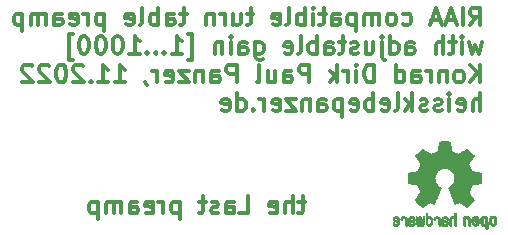
<source format=gbr>
%TF.GenerationSoftware,KiCad,Pcbnew,(6.0.0-0)*%
%TF.CreationDate,2022-11-12T17:46:12+01:00*%
%TF.ProjectId,phono_vorverstaerker,70686f6e-6f5f-4766-9f72-766572737461,rev?*%
%TF.SameCoordinates,Original*%
%TF.FileFunction,Legend,Bot*%
%TF.FilePolarity,Positive*%
%FSLAX46Y46*%
G04 Gerber Fmt 4.6, Leading zero omitted, Abs format (unit mm)*
G04 Created by KiCad (PCBNEW (6.0.0-0)) date 2022-11-12 17:46:12*
%MOMM*%
%LPD*%
G01*
G04 APERTURE LIST*
%ADD10C,0.300000*%
%ADD11C,0.010000*%
G04 APERTURE END LIST*
D10*
X81190714Y-167456071D02*
X81690714Y-166741785D01*
X82047857Y-167456071D02*
X82047857Y-165956071D01*
X81476428Y-165956071D01*
X81333571Y-166027500D01*
X81262142Y-166098928D01*
X81190714Y-166241785D01*
X81190714Y-166456071D01*
X81262142Y-166598928D01*
X81333571Y-166670357D01*
X81476428Y-166741785D01*
X82047857Y-166741785D01*
X80547857Y-167456071D02*
X80547857Y-165956071D01*
X79905000Y-167027500D02*
X79190714Y-167027500D01*
X80047857Y-167456071D02*
X79547857Y-165956071D01*
X79047857Y-167456071D01*
X78619285Y-167027500D02*
X77905000Y-167027500D01*
X78762142Y-167456071D02*
X78262142Y-165956071D01*
X77762142Y-167456071D01*
X75476428Y-167384642D02*
X75619285Y-167456071D01*
X75905000Y-167456071D01*
X76047857Y-167384642D01*
X76119285Y-167313214D01*
X76190714Y-167170357D01*
X76190714Y-166741785D01*
X76119285Y-166598928D01*
X76047857Y-166527500D01*
X75905000Y-166456071D01*
X75619285Y-166456071D01*
X75476428Y-166527500D01*
X74619285Y-167456071D02*
X74762142Y-167384642D01*
X74833571Y-167313214D01*
X74905000Y-167170357D01*
X74905000Y-166741785D01*
X74833571Y-166598928D01*
X74762142Y-166527500D01*
X74619285Y-166456071D01*
X74405000Y-166456071D01*
X74262142Y-166527500D01*
X74190714Y-166598928D01*
X74119285Y-166741785D01*
X74119285Y-167170357D01*
X74190714Y-167313214D01*
X74262142Y-167384642D01*
X74405000Y-167456071D01*
X74619285Y-167456071D01*
X73476428Y-167456071D02*
X73476428Y-166456071D01*
X73476428Y-166598928D02*
X73405000Y-166527500D01*
X73262142Y-166456071D01*
X73047857Y-166456071D01*
X72905000Y-166527500D01*
X72833571Y-166670357D01*
X72833571Y-167456071D01*
X72833571Y-166670357D02*
X72762142Y-166527500D01*
X72619285Y-166456071D01*
X72405000Y-166456071D01*
X72262142Y-166527500D01*
X72190714Y-166670357D01*
X72190714Y-167456071D01*
X71476428Y-166456071D02*
X71476428Y-167956071D01*
X71476428Y-166527500D02*
X71333571Y-166456071D01*
X71047857Y-166456071D01*
X70905000Y-166527500D01*
X70833571Y-166598928D01*
X70762142Y-166741785D01*
X70762142Y-167170357D01*
X70833571Y-167313214D01*
X70905000Y-167384642D01*
X71047857Y-167456071D01*
X71333571Y-167456071D01*
X71476428Y-167384642D01*
X69476428Y-167456071D02*
X69476428Y-166670357D01*
X69547857Y-166527500D01*
X69690714Y-166456071D01*
X69976428Y-166456071D01*
X70119285Y-166527500D01*
X69476428Y-167384642D02*
X69619285Y-167456071D01*
X69976428Y-167456071D01*
X70119285Y-167384642D01*
X70190714Y-167241785D01*
X70190714Y-167098928D01*
X70119285Y-166956071D01*
X69976428Y-166884642D01*
X69619285Y-166884642D01*
X69476428Y-166813214D01*
X68976428Y-166456071D02*
X68405000Y-166456071D01*
X68762142Y-165956071D02*
X68762142Y-167241785D01*
X68690714Y-167384642D01*
X68547857Y-167456071D01*
X68405000Y-167456071D01*
X67905000Y-167456071D02*
X67905000Y-166456071D01*
X67905000Y-165956071D02*
X67976428Y-166027500D01*
X67905000Y-166098928D01*
X67833571Y-166027500D01*
X67905000Y-165956071D01*
X67905000Y-166098928D01*
X67190714Y-167456071D02*
X67190714Y-165956071D01*
X67190714Y-166527500D02*
X67047857Y-166456071D01*
X66762142Y-166456071D01*
X66619285Y-166527500D01*
X66547857Y-166598928D01*
X66476428Y-166741785D01*
X66476428Y-167170357D01*
X66547857Y-167313214D01*
X66619285Y-167384642D01*
X66762142Y-167456071D01*
X67047857Y-167456071D01*
X67190714Y-167384642D01*
X65619285Y-167456071D02*
X65762142Y-167384642D01*
X65833571Y-167241785D01*
X65833571Y-165956071D01*
X64476428Y-167384642D02*
X64619285Y-167456071D01*
X64905000Y-167456071D01*
X65047857Y-167384642D01*
X65119285Y-167241785D01*
X65119285Y-166670357D01*
X65047857Y-166527500D01*
X64905000Y-166456071D01*
X64619285Y-166456071D01*
X64476428Y-166527500D01*
X64405000Y-166670357D01*
X64405000Y-166813214D01*
X65119285Y-166956071D01*
X62833571Y-166456071D02*
X62262142Y-166456071D01*
X62619285Y-165956071D02*
X62619285Y-167241785D01*
X62547857Y-167384642D01*
X62405000Y-167456071D01*
X62262142Y-167456071D01*
X61119285Y-166456071D02*
X61119285Y-167456071D01*
X61762142Y-166456071D02*
X61762142Y-167241785D01*
X61690714Y-167384642D01*
X61547857Y-167456071D01*
X61333571Y-167456071D01*
X61190714Y-167384642D01*
X61119285Y-167313214D01*
X60405000Y-167456071D02*
X60405000Y-166456071D01*
X60405000Y-166741785D02*
X60333571Y-166598928D01*
X60262142Y-166527500D01*
X60119285Y-166456071D01*
X59976428Y-166456071D01*
X59476428Y-166456071D02*
X59476428Y-167456071D01*
X59476428Y-166598928D02*
X59405000Y-166527500D01*
X59262142Y-166456071D01*
X59047857Y-166456071D01*
X58905000Y-166527500D01*
X58833571Y-166670357D01*
X58833571Y-167456071D01*
X57190714Y-166456071D02*
X56619285Y-166456071D01*
X56976428Y-165956071D02*
X56976428Y-167241785D01*
X56905000Y-167384642D01*
X56762142Y-167456071D01*
X56619285Y-167456071D01*
X55476428Y-167456071D02*
X55476428Y-166670357D01*
X55547857Y-166527500D01*
X55690714Y-166456071D01*
X55976428Y-166456071D01*
X56119285Y-166527500D01*
X55476428Y-167384642D02*
X55619285Y-167456071D01*
X55976428Y-167456071D01*
X56119285Y-167384642D01*
X56190714Y-167241785D01*
X56190714Y-167098928D01*
X56119285Y-166956071D01*
X55976428Y-166884642D01*
X55619285Y-166884642D01*
X55476428Y-166813214D01*
X54762142Y-167456071D02*
X54762142Y-165956071D01*
X54762142Y-166527500D02*
X54619285Y-166456071D01*
X54333571Y-166456071D01*
X54190714Y-166527500D01*
X54119285Y-166598928D01*
X54047857Y-166741785D01*
X54047857Y-167170357D01*
X54119285Y-167313214D01*
X54190714Y-167384642D01*
X54333571Y-167456071D01*
X54619285Y-167456071D01*
X54762142Y-167384642D01*
X53190714Y-167456071D02*
X53333571Y-167384642D01*
X53405000Y-167241785D01*
X53405000Y-165956071D01*
X52047857Y-167384642D02*
X52190714Y-167456071D01*
X52476428Y-167456071D01*
X52619285Y-167384642D01*
X52690714Y-167241785D01*
X52690714Y-166670357D01*
X52619285Y-166527500D01*
X52476428Y-166456071D01*
X52190714Y-166456071D01*
X52047857Y-166527500D01*
X51976428Y-166670357D01*
X51976428Y-166813214D01*
X52690714Y-166956071D01*
X50190714Y-166456071D02*
X50190714Y-167956071D01*
X50190714Y-166527500D02*
X50047857Y-166456071D01*
X49762142Y-166456071D01*
X49619285Y-166527500D01*
X49547857Y-166598928D01*
X49476428Y-166741785D01*
X49476428Y-167170357D01*
X49547857Y-167313214D01*
X49619285Y-167384642D01*
X49762142Y-167456071D01*
X50047857Y-167456071D01*
X50190714Y-167384642D01*
X48833571Y-167456071D02*
X48833571Y-166456071D01*
X48833571Y-166741785D02*
X48762142Y-166598928D01*
X48690714Y-166527500D01*
X48547857Y-166456071D01*
X48405000Y-166456071D01*
X47333571Y-167384642D02*
X47476428Y-167456071D01*
X47762142Y-167456071D01*
X47905000Y-167384642D01*
X47976428Y-167241785D01*
X47976428Y-166670357D01*
X47905000Y-166527500D01*
X47762142Y-166456071D01*
X47476428Y-166456071D01*
X47333571Y-166527500D01*
X47262142Y-166670357D01*
X47262142Y-166813214D01*
X47976428Y-166956071D01*
X45976428Y-167456071D02*
X45976428Y-166670357D01*
X46047857Y-166527500D01*
X46190714Y-166456071D01*
X46476428Y-166456071D01*
X46619285Y-166527500D01*
X45976428Y-167384642D02*
X46119285Y-167456071D01*
X46476428Y-167456071D01*
X46619285Y-167384642D01*
X46690714Y-167241785D01*
X46690714Y-167098928D01*
X46619285Y-166956071D01*
X46476428Y-166884642D01*
X46119285Y-166884642D01*
X45976428Y-166813214D01*
X45262142Y-167456071D02*
X45262142Y-166456071D01*
X45262142Y-166598928D02*
X45190714Y-166527500D01*
X45047857Y-166456071D01*
X44833571Y-166456071D01*
X44690714Y-166527500D01*
X44619285Y-166670357D01*
X44619285Y-167456071D01*
X44619285Y-166670357D02*
X44547857Y-166527500D01*
X44405000Y-166456071D01*
X44190714Y-166456071D01*
X44047857Y-166527500D01*
X43976428Y-166670357D01*
X43976428Y-167456071D01*
X43262142Y-166456071D02*
X43262142Y-167956071D01*
X43262142Y-166527500D02*
X43119285Y-166456071D01*
X42833571Y-166456071D01*
X42690714Y-166527500D01*
X42619285Y-166598928D01*
X42547857Y-166741785D01*
X42547857Y-167170357D01*
X42619285Y-167313214D01*
X42690714Y-167384642D01*
X42833571Y-167456071D01*
X43119285Y-167456071D01*
X43262142Y-167384642D01*
X82190714Y-168871071D02*
X81905000Y-169871071D01*
X81619285Y-169156785D01*
X81333571Y-169871071D01*
X81047857Y-168871071D01*
X80476428Y-169871071D02*
X80476428Y-168871071D01*
X80476428Y-168371071D02*
X80547857Y-168442500D01*
X80476428Y-168513928D01*
X80405000Y-168442500D01*
X80476428Y-168371071D01*
X80476428Y-168513928D01*
X79976428Y-168871071D02*
X79405000Y-168871071D01*
X79762142Y-168371071D02*
X79762142Y-169656785D01*
X79690714Y-169799642D01*
X79547857Y-169871071D01*
X79405000Y-169871071D01*
X78905000Y-169871071D02*
X78905000Y-168371071D01*
X78262142Y-169871071D02*
X78262142Y-169085357D01*
X78333571Y-168942500D01*
X78476428Y-168871071D01*
X78690714Y-168871071D01*
X78833571Y-168942500D01*
X78905000Y-169013928D01*
X75762142Y-169871071D02*
X75762142Y-169085357D01*
X75833571Y-168942500D01*
X75976428Y-168871071D01*
X76262142Y-168871071D01*
X76405000Y-168942500D01*
X75762142Y-169799642D02*
X75905000Y-169871071D01*
X76262142Y-169871071D01*
X76405000Y-169799642D01*
X76476428Y-169656785D01*
X76476428Y-169513928D01*
X76405000Y-169371071D01*
X76262142Y-169299642D01*
X75905000Y-169299642D01*
X75762142Y-169228214D01*
X74405000Y-169871071D02*
X74405000Y-168371071D01*
X74405000Y-169799642D02*
X74547857Y-169871071D01*
X74833571Y-169871071D01*
X74976428Y-169799642D01*
X75047857Y-169728214D01*
X75119285Y-169585357D01*
X75119285Y-169156785D01*
X75047857Y-169013928D01*
X74976428Y-168942500D01*
X74833571Y-168871071D01*
X74547857Y-168871071D01*
X74405000Y-168942500D01*
X73690714Y-168871071D02*
X73690714Y-170156785D01*
X73762142Y-170299642D01*
X73905000Y-170371071D01*
X73976428Y-170371071D01*
X73690714Y-168371071D02*
X73762142Y-168442500D01*
X73690714Y-168513928D01*
X73619285Y-168442500D01*
X73690714Y-168371071D01*
X73690714Y-168513928D01*
X72333571Y-168871071D02*
X72333571Y-169871071D01*
X72976428Y-168871071D02*
X72976428Y-169656785D01*
X72905000Y-169799642D01*
X72762142Y-169871071D01*
X72547857Y-169871071D01*
X72405000Y-169799642D01*
X72333571Y-169728214D01*
X71690714Y-169799642D02*
X71547857Y-169871071D01*
X71262142Y-169871071D01*
X71119285Y-169799642D01*
X71047857Y-169656785D01*
X71047857Y-169585357D01*
X71119285Y-169442500D01*
X71262142Y-169371071D01*
X71476428Y-169371071D01*
X71619285Y-169299642D01*
X71690714Y-169156785D01*
X71690714Y-169085357D01*
X71619285Y-168942500D01*
X71476428Y-168871071D01*
X71262142Y-168871071D01*
X71119285Y-168942500D01*
X70619285Y-168871071D02*
X70047857Y-168871071D01*
X70405000Y-168371071D02*
X70405000Y-169656785D01*
X70333571Y-169799642D01*
X70190714Y-169871071D01*
X70047857Y-169871071D01*
X68905000Y-169871071D02*
X68905000Y-169085357D01*
X68976428Y-168942500D01*
X69119285Y-168871071D01*
X69405000Y-168871071D01*
X69547857Y-168942500D01*
X68905000Y-169799642D02*
X69047857Y-169871071D01*
X69405000Y-169871071D01*
X69547857Y-169799642D01*
X69619285Y-169656785D01*
X69619285Y-169513928D01*
X69547857Y-169371071D01*
X69405000Y-169299642D01*
X69047857Y-169299642D01*
X68905000Y-169228214D01*
X68190714Y-169871071D02*
X68190714Y-168371071D01*
X68190714Y-168942500D02*
X68047857Y-168871071D01*
X67762142Y-168871071D01*
X67619285Y-168942500D01*
X67547857Y-169013928D01*
X67476428Y-169156785D01*
X67476428Y-169585357D01*
X67547857Y-169728214D01*
X67619285Y-169799642D01*
X67762142Y-169871071D01*
X68047857Y-169871071D01*
X68190714Y-169799642D01*
X66619285Y-169871071D02*
X66762142Y-169799642D01*
X66833571Y-169656785D01*
X66833571Y-168371071D01*
X65476428Y-169799642D02*
X65619285Y-169871071D01*
X65904999Y-169871071D01*
X66047857Y-169799642D01*
X66119285Y-169656785D01*
X66119285Y-169085357D01*
X66047857Y-168942500D01*
X65904999Y-168871071D01*
X65619285Y-168871071D01*
X65476428Y-168942500D01*
X65404999Y-169085357D01*
X65404999Y-169228214D01*
X66119285Y-169371071D01*
X62976428Y-168871071D02*
X62976428Y-170085357D01*
X63047857Y-170228214D01*
X63119285Y-170299642D01*
X63262142Y-170371071D01*
X63476428Y-170371071D01*
X63619285Y-170299642D01*
X62976428Y-169799642D02*
X63119285Y-169871071D01*
X63404999Y-169871071D01*
X63547857Y-169799642D01*
X63619285Y-169728214D01*
X63690714Y-169585357D01*
X63690714Y-169156785D01*
X63619285Y-169013928D01*
X63547857Y-168942500D01*
X63404999Y-168871071D01*
X63119285Y-168871071D01*
X62976428Y-168942500D01*
X61619285Y-169871071D02*
X61619285Y-169085357D01*
X61690714Y-168942500D01*
X61833571Y-168871071D01*
X62119285Y-168871071D01*
X62262142Y-168942500D01*
X61619285Y-169799642D02*
X61762142Y-169871071D01*
X62119285Y-169871071D01*
X62262142Y-169799642D01*
X62333571Y-169656785D01*
X62333571Y-169513928D01*
X62262142Y-169371071D01*
X62119285Y-169299642D01*
X61762142Y-169299642D01*
X61619285Y-169228214D01*
X60904999Y-169871071D02*
X60904999Y-168871071D01*
X60904999Y-168371071D02*
X60976428Y-168442500D01*
X60904999Y-168513928D01*
X60833571Y-168442500D01*
X60904999Y-168371071D01*
X60904999Y-168513928D01*
X60190714Y-168871071D02*
X60190714Y-169871071D01*
X60190714Y-169013928D02*
X60119285Y-168942500D01*
X59976428Y-168871071D01*
X59762142Y-168871071D01*
X59619285Y-168942500D01*
X59547857Y-169085357D01*
X59547857Y-169871071D01*
X57262142Y-170371071D02*
X57619285Y-170371071D01*
X57619285Y-168228214D01*
X57262142Y-168228214D01*
X55905000Y-169871071D02*
X56762142Y-169871071D01*
X56333571Y-169871071D02*
X56333571Y-168371071D01*
X56476428Y-168585357D01*
X56619285Y-168728214D01*
X56762142Y-168799642D01*
X55262142Y-169728214D02*
X55190714Y-169799642D01*
X55262142Y-169871071D01*
X55333571Y-169799642D01*
X55262142Y-169728214D01*
X55262142Y-169871071D01*
X54547857Y-169728214D02*
X54476428Y-169799642D01*
X54547857Y-169871071D01*
X54619285Y-169799642D01*
X54547857Y-169728214D01*
X54547857Y-169871071D01*
X53833571Y-169728214D02*
X53762142Y-169799642D01*
X53833571Y-169871071D01*
X53904999Y-169799642D01*
X53833571Y-169728214D01*
X53833571Y-169871071D01*
X52333571Y-169871071D02*
X53190714Y-169871071D01*
X52762142Y-169871071D02*
X52762142Y-168371071D01*
X52904999Y-168585357D01*
X53047857Y-168728214D01*
X53190714Y-168799642D01*
X51404999Y-168371071D02*
X51262142Y-168371071D01*
X51119285Y-168442500D01*
X51047857Y-168513928D01*
X50976428Y-168656785D01*
X50904999Y-168942500D01*
X50904999Y-169299642D01*
X50976428Y-169585357D01*
X51047857Y-169728214D01*
X51119285Y-169799642D01*
X51262142Y-169871071D01*
X51404999Y-169871071D01*
X51547857Y-169799642D01*
X51619285Y-169728214D01*
X51690714Y-169585357D01*
X51762142Y-169299642D01*
X51762142Y-168942500D01*
X51690714Y-168656785D01*
X51619285Y-168513928D01*
X51547857Y-168442500D01*
X51404999Y-168371071D01*
X49976428Y-168371071D02*
X49833571Y-168371071D01*
X49690714Y-168442500D01*
X49619285Y-168513928D01*
X49547857Y-168656785D01*
X49476428Y-168942500D01*
X49476428Y-169299642D01*
X49547857Y-169585357D01*
X49619285Y-169728214D01*
X49690714Y-169799642D01*
X49833571Y-169871071D01*
X49976428Y-169871071D01*
X50119285Y-169799642D01*
X50190714Y-169728214D01*
X50262142Y-169585357D01*
X50333571Y-169299642D01*
X50333571Y-168942500D01*
X50262142Y-168656785D01*
X50190714Y-168513928D01*
X50119285Y-168442500D01*
X49976428Y-168371071D01*
X48547857Y-168371071D02*
X48404999Y-168371071D01*
X48262142Y-168442500D01*
X48190714Y-168513928D01*
X48119285Y-168656785D01*
X48047857Y-168942500D01*
X48047857Y-169299642D01*
X48119285Y-169585357D01*
X48190714Y-169728214D01*
X48262142Y-169799642D01*
X48404999Y-169871071D01*
X48547857Y-169871071D01*
X48690714Y-169799642D01*
X48762142Y-169728214D01*
X48833571Y-169585357D01*
X48904999Y-169299642D01*
X48904999Y-168942500D01*
X48833571Y-168656785D01*
X48762142Y-168513928D01*
X48690714Y-168442500D01*
X48547857Y-168371071D01*
X47547857Y-170371071D02*
X47190714Y-170371071D01*
X47190714Y-168228214D01*
X47547857Y-168228214D01*
X82047857Y-172286071D02*
X82047857Y-170786071D01*
X81190714Y-172286071D02*
X81833571Y-171428928D01*
X81190714Y-170786071D02*
X82047857Y-171643214D01*
X80333571Y-172286071D02*
X80476428Y-172214642D01*
X80547857Y-172143214D01*
X80619285Y-172000357D01*
X80619285Y-171571785D01*
X80547857Y-171428928D01*
X80476428Y-171357500D01*
X80333571Y-171286071D01*
X80119285Y-171286071D01*
X79976428Y-171357500D01*
X79905000Y-171428928D01*
X79833571Y-171571785D01*
X79833571Y-172000357D01*
X79905000Y-172143214D01*
X79976428Y-172214642D01*
X80119285Y-172286071D01*
X80333571Y-172286071D01*
X79190714Y-171286071D02*
X79190714Y-172286071D01*
X79190714Y-171428928D02*
X79119285Y-171357500D01*
X78976428Y-171286071D01*
X78762142Y-171286071D01*
X78619285Y-171357500D01*
X78547857Y-171500357D01*
X78547857Y-172286071D01*
X77833571Y-172286071D02*
X77833571Y-171286071D01*
X77833571Y-171571785D02*
X77762142Y-171428928D01*
X77690714Y-171357500D01*
X77547857Y-171286071D01*
X77405000Y-171286071D01*
X76262142Y-172286071D02*
X76262142Y-171500357D01*
X76333571Y-171357500D01*
X76476428Y-171286071D01*
X76762142Y-171286071D01*
X76905000Y-171357500D01*
X76262142Y-172214642D02*
X76405000Y-172286071D01*
X76762142Y-172286071D01*
X76905000Y-172214642D01*
X76976428Y-172071785D01*
X76976428Y-171928928D01*
X76905000Y-171786071D01*
X76762142Y-171714642D01*
X76405000Y-171714642D01*
X76262142Y-171643214D01*
X74905000Y-172286071D02*
X74905000Y-170786071D01*
X74905000Y-172214642D02*
X75047857Y-172286071D01*
X75333571Y-172286071D01*
X75476428Y-172214642D01*
X75547857Y-172143214D01*
X75619285Y-172000357D01*
X75619285Y-171571785D01*
X75547857Y-171428928D01*
X75476428Y-171357500D01*
X75333571Y-171286071D01*
X75047857Y-171286071D01*
X74905000Y-171357500D01*
X73047857Y-172286071D02*
X73047857Y-170786071D01*
X72690714Y-170786071D01*
X72476428Y-170857500D01*
X72333571Y-171000357D01*
X72262142Y-171143214D01*
X72190714Y-171428928D01*
X72190714Y-171643214D01*
X72262142Y-171928928D01*
X72333571Y-172071785D01*
X72476428Y-172214642D01*
X72690714Y-172286071D01*
X73047857Y-172286071D01*
X71547857Y-172286071D02*
X71547857Y-171286071D01*
X71547857Y-170786071D02*
X71619285Y-170857500D01*
X71547857Y-170928928D01*
X71476428Y-170857500D01*
X71547857Y-170786071D01*
X71547857Y-170928928D01*
X70833571Y-172286071D02*
X70833571Y-171286071D01*
X70833571Y-171571785D02*
X70762142Y-171428928D01*
X70690714Y-171357500D01*
X70547857Y-171286071D01*
X70405000Y-171286071D01*
X69905000Y-172286071D02*
X69905000Y-170786071D01*
X69762142Y-171714642D02*
X69333571Y-172286071D01*
X69333571Y-171286071D02*
X69905000Y-171857500D01*
X67547857Y-172286071D02*
X67547857Y-170786071D01*
X66976428Y-170786071D01*
X66833571Y-170857500D01*
X66762142Y-170928928D01*
X66690714Y-171071785D01*
X66690714Y-171286071D01*
X66762142Y-171428928D01*
X66833571Y-171500357D01*
X66976428Y-171571785D01*
X67547857Y-171571785D01*
X65405000Y-172286071D02*
X65405000Y-171500357D01*
X65476428Y-171357500D01*
X65619285Y-171286071D01*
X65905000Y-171286071D01*
X66047857Y-171357500D01*
X65405000Y-172214642D02*
X65547857Y-172286071D01*
X65905000Y-172286071D01*
X66047857Y-172214642D01*
X66119285Y-172071785D01*
X66119285Y-171928928D01*
X66047857Y-171786071D01*
X65905000Y-171714642D01*
X65547857Y-171714642D01*
X65405000Y-171643214D01*
X64047857Y-171286071D02*
X64047857Y-172286071D01*
X64690714Y-171286071D02*
X64690714Y-172071785D01*
X64619285Y-172214642D01*
X64476428Y-172286071D01*
X64262142Y-172286071D01*
X64119285Y-172214642D01*
X64047857Y-172143214D01*
X63119285Y-172286071D02*
X63262142Y-172214642D01*
X63333571Y-172071785D01*
X63333571Y-170786071D01*
X61405000Y-172286071D02*
X61405000Y-170786071D01*
X60833571Y-170786071D01*
X60690714Y-170857500D01*
X60619285Y-170928928D01*
X60547857Y-171071785D01*
X60547857Y-171286071D01*
X60619285Y-171428928D01*
X60690714Y-171500357D01*
X60833571Y-171571785D01*
X61405000Y-171571785D01*
X59262142Y-172286071D02*
X59262142Y-171500357D01*
X59333571Y-171357500D01*
X59476428Y-171286071D01*
X59762142Y-171286071D01*
X59905000Y-171357500D01*
X59262142Y-172214642D02*
X59405000Y-172286071D01*
X59762142Y-172286071D01*
X59905000Y-172214642D01*
X59976428Y-172071785D01*
X59976428Y-171928928D01*
X59905000Y-171786071D01*
X59762142Y-171714642D01*
X59405000Y-171714642D01*
X59262142Y-171643214D01*
X58547857Y-171286071D02*
X58547857Y-172286071D01*
X58547857Y-171428928D02*
X58476428Y-171357500D01*
X58333571Y-171286071D01*
X58119285Y-171286071D01*
X57976428Y-171357500D01*
X57905000Y-171500357D01*
X57905000Y-172286071D01*
X57333571Y-171286071D02*
X56547857Y-171286071D01*
X57333571Y-172286071D01*
X56547857Y-172286071D01*
X55405000Y-172214642D02*
X55547857Y-172286071D01*
X55833571Y-172286071D01*
X55976428Y-172214642D01*
X56047857Y-172071785D01*
X56047857Y-171500357D01*
X55976428Y-171357500D01*
X55833571Y-171286071D01*
X55547857Y-171286071D01*
X55405000Y-171357500D01*
X55333571Y-171500357D01*
X55333571Y-171643214D01*
X56047857Y-171786071D01*
X54690714Y-172286071D02*
X54690714Y-171286071D01*
X54690714Y-171571785D02*
X54619285Y-171428928D01*
X54547857Y-171357500D01*
X54405000Y-171286071D01*
X54262142Y-171286071D01*
X53690714Y-172214642D02*
X53690714Y-172286071D01*
X53762142Y-172428928D01*
X53833571Y-172500357D01*
X51119285Y-172286071D02*
X51976428Y-172286071D01*
X51547857Y-172286071D02*
X51547857Y-170786071D01*
X51690714Y-171000357D01*
X51833571Y-171143214D01*
X51976428Y-171214642D01*
X49690714Y-172286071D02*
X50547857Y-172286071D01*
X50119285Y-172286071D02*
X50119285Y-170786071D01*
X50262142Y-171000357D01*
X50405000Y-171143214D01*
X50547857Y-171214642D01*
X49047857Y-172143214D02*
X48976428Y-172214642D01*
X49047857Y-172286071D01*
X49119285Y-172214642D01*
X49047857Y-172143214D01*
X49047857Y-172286071D01*
X48405000Y-170928928D02*
X48333571Y-170857500D01*
X48190714Y-170786071D01*
X47833571Y-170786071D01*
X47690714Y-170857500D01*
X47619285Y-170928928D01*
X47547857Y-171071785D01*
X47547857Y-171214642D01*
X47619285Y-171428928D01*
X48476428Y-172286071D01*
X47547857Y-172286071D01*
X46619285Y-170786071D02*
X46476428Y-170786071D01*
X46333571Y-170857500D01*
X46262142Y-170928928D01*
X46190714Y-171071785D01*
X46119285Y-171357500D01*
X46119285Y-171714642D01*
X46190714Y-172000357D01*
X46262142Y-172143214D01*
X46333571Y-172214642D01*
X46476428Y-172286071D01*
X46619285Y-172286071D01*
X46762142Y-172214642D01*
X46833571Y-172143214D01*
X46905000Y-172000357D01*
X46976428Y-171714642D01*
X46976428Y-171357500D01*
X46905000Y-171071785D01*
X46833571Y-170928928D01*
X46762142Y-170857500D01*
X46619285Y-170786071D01*
X45547857Y-170928928D02*
X45476428Y-170857500D01*
X45333571Y-170786071D01*
X44976428Y-170786071D01*
X44833571Y-170857500D01*
X44762142Y-170928928D01*
X44690714Y-171071785D01*
X44690714Y-171214642D01*
X44762142Y-171428928D01*
X45619285Y-172286071D01*
X44690714Y-172286071D01*
X44119285Y-170928928D02*
X44047857Y-170857500D01*
X43905000Y-170786071D01*
X43547857Y-170786071D01*
X43405000Y-170857500D01*
X43333571Y-170928928D01*
X43262142Y-171071785D01*
X43262142Y-171214642D01*
X43333571Y-171428928D01*
X44190714Y-172286071D01*
X43262142Y-172286071D01*
X82047857Y-174701071D02*
X82047857Y-173201071D01*
X81405000Y-174701071D02*
X81405000Y-173915357D01*
X81476428Y-173772500D01*
X81619285Y-173701071D01*
X81833571Y-173701071D01*
X81976428Y-173772500D01*
X82047857Y-173843928D01*
X80119285Y-174629642D02*
X80262142Y-174701071D01*
X80547857Y-174701071D01*
X80690714Y-174629642D01*
X80762142Y-174486785D01*
X80762142Y-173915357D01*
X80690714Y-173772500D01*
X80547857Y-173701071D01*
X80262142Y-173701071D01*
X80119285Y-173772500D01*
X80047857Y-173915357D01*
X80047857Y-174058214D01*
X80762142Y-174201071D01*
X79405000Y-174701071D02*
X79405000Y-173701071D01*
X79405000Y-173201071D02*
X79476428Y-173272500D01*
X79405000Y-173343928D01*
X79333571Y-173272500D01*
X79405000Y-173201071D01*
X79405000Y-173343928D01*
X78762142Y-174629642D02*
X78619285Y-174701071D01*
X78333571Y-174701071D01*
X78190714Y-174629642D01*
X78119285Y-174486785D01*
X78119285Y-174415357D01*
X78190714Y-174272500D01*
X78333571Y-174201071D01*
X78547857Y-174201071D01*
X78690714Y-174129642D01*
X78762142Y-173986785D01*
X78762142Y-173915357D01*
X78690714Y-173772500D01*
X78547857Y-173701071D01*
X78333571Y-173701071D01*
X78190714Y-173772500D01*
X77547857Y-174629642D02*
X77405000Y-174701071D01*
X77119285Y-174701071D01*
X76976428Y-174629642D01*
X76905000Y-174486785D01*
X76905000Y-174415357D01*
X76976428Y-174272500D01*
X77119285Y-174201071D01*
X77333571Y-174201071D01*
X77476428Y-174129642D01*
X77547857Y-173986785D01*
X77547857Y-173915357D01*
X77476428Y-173772500D01*
X77333571Y-173701071D01*
X77119285Y-173701071D01*
X76976428Y-173772500D01*
X76262142Y-174701071D02*
X76262142Y-173201071D01*
X76119285Y-174129642D02*
X75690714Y-174701071D01*
X75690714Y-173701071D02*
X76262142Y-174272500D01*
X74833571Y-174701071D02*
X74976428Y-174629642D01*
X75047857Y-174486785D01*
X75047857Y-173201071D01*
X73690714Y-174629642D02*
X73833571Y-174701071D01*
X74119285Y-174701071D01*
X74262142Y-174629642D01*
X74333571Y-174486785D01*
X74333571Y-173915357D01*
X74262142Y-173772500D01*
X74119285Y-173701071D01*
X73833571Y-173701071D01*
X73690714Y-173772500D01*
X73619285Y-173915357D01*
X73619285Y-174058214D01*
X74333571Y-174201071D01*
X72976428Y-174701071D02*
X72976428Y-173201071D01*
X72976428Y-173772500D02*
X72833571Y-173701071D01*
X72547857Y-173701071D01*
X72405000Y-173772500D01*
X72333571Y-173843928D01*
X72262142Y-173986785D01*
X72262142Y-174415357D01*
X72333571Y-174558214D01*
X72405000Y-174629642D01*
X72547857Y-174701071D01*
X72833571Y-174701071D01*
X72976428Y-174629642D01*
X71047857Y-174629642D02*
X71190714Y-174701071D01*
X71476428Y-174701071D01*
X71619285Y-174629642D01*
X71690714Y-174486785D01*
X71690714Y-173915357D01*
X71619285Y-173772500D01*
X71476428Y-173701071D01*
X71190714Y-173701071D01*
X71047857Y-173772500D01*
X70976428Y-173915357D01*
X70976428Y-174058214D01*
X71690714Y-174201071D01*
X70333571Y-173701071D02*
X70333571Y-175201071D01*
X70333571Y-173772500D02*
X70190714Y-173701071D01*
X69905000Y-173701071D01*
X69762142Y-173772500D01*
X69690714Y-173843928D01*
X69619285Y-173986785D01*
X69619285Y-174415357D01*
X69690714Y-174558214D01*
X69762142Y-174629642D01*
X69905000Y-174701071D01*
X70190714Y-174701071D01*
X70333571Y-174629642D01*
X68333571Y-174701071D02*
X68333571Y-173915357D01*
X68405000Y-173772500D01*
X68547857Y-173701071D01*
X68833571Y-173701071D01*
X68976428Y-173772500D01*
X68333571Y-174629642D02*
X68476428Y-174701071D01*
X68833571Y-174701071D01*
X68976428Y-174629642D01*
X69047857Y-174486785D01*
X69047857Y-174343928D01*
X68976428Y-174201071D01*
X68833571Y-174129642D01*
X68476428Y-174129642D01*
X68333571Y-174058214D01*
X67619285Y-173701071D02*
X67619285Y-174701071D01*
X67619285Y-173843928D02*
X67547857Y-173772500D01*
X67405000Y-173701071D01*
X67190714Y-173701071D01*
X67047857Y-173772500D01*
X66976428Y-173915357D01*
X66976428Y-174701071D01*
X66405000Y-173701071D02*
X65619285Y-173701071D01*
X66405000Y-174701071D01*
X65619285Y-174701071D01*
X64476428Y-174629642D02*
X64619285Y-174701071D01*
X64905000Y-174701071D01*
X65047857Y-174629642D01*
X65119285Y-174486785D01*
X65119285Y-173915357D01*
X65047857Y-173772500D01*
X64905000Y-173701071D01*
X64619285Y-173701071D01*
X64476428Y-173772500D01*
X64405000Y-173915357D01*
X64405000Y-174058214D01*
X65119285Y-174201071D01*
X63762142Y-174701071D02*
X63762142Y-173701071D01*
X63762142Y-173986785D02*
X63690714Y-173843928D01*
X63619285Y-173772500D01*
X63476428Y-173701071D01*
X63333571Y-173701071D01*
X62833571Y-174558214D02*
X62762142Y-174629642D01*
X62833571Y-174701071D01*
X62905000Y-174629642D01*
X62833571Y-174558214D01*
X62833571Y-174701071D01*
X61476428Y-174701071D02*
X61476428Y-173201071D01*
X61476428Y-174629642D02*
X61619285Y-174701071D01*
X61905000Y-174701071D01*
X62047857Y-174629642D01*
X62119285Y-174558214D01*
X62190714Y-174415357D01*
X62190714Y-173986785D01*
X62119285Y-173843928D01*
X62047857Y-173772500D01*
X61905000Y-173701071D01*
X61619285Y-173701071D01*
X61476428Y-173772500D01*
X60190714Y-174629642D02*
X60333571Y-174701071D01*
X60619285Y-174701071D01*
X60762142Y-174629642D01*
X60833571Y-174486785D01*
X60833571Y-173915357D01*
X60762142Y-173772500D01*
X60619285Y-173701071D01*
X60333571Y-173701071D01*
X60190714Y-173772500D01*
X60119285Y-173915357D01*
X60119285Y-174058214D01*
X60833571Y-174201071D01*
X67214285Y-182378571D02*
X66642857Y-182378571D01*
X67000000Y-181878571D02*
X67000000Y-183164285D01*
X66928571Y-183307142D01*
X66785714Y-183378571D01*
X66642857Y-183378571D01*
X66142857Y-183378571D02*
X66142857Y-181878571D01*
X65500000Y-183378571D02*
X65500000Y-182592857D01*
X65571428Y-182450000D01*
X65714285Y-182378571D01*
X65928571Y-182378571D01*
X66071428Y-182450000D01*
X66142857Y-182521428D01*
X64214285Y-183307142D02*
X64357142Y-183378571D01*
X64642857Y-183378571D01*
X64785714Y-183307142D01*
X64857142Y-183164285D01*
X64857142Y-182592857D01*
X64785714Y-182450000D01*
X64642857Y-182378571D01*
X64357142Y-182378571D01*
X64214285Y-182450000D01*
X64142857Y-182592857D01*
X64142857Y-182735714D01*
X64857142Y-182878571D01*
X61642857Y-183378571D02*
X62357142Y-183378571D01*
X62357142Y-181878571D01*
X60500000Y-183378571D02*
X60500000Y-182592857D01*
X60571428Y-182450000D01*
X60714285Y-182378571D01*
X61000000Y-182378571D01*
X61142857Y-182450000D01*
X60500000Y-183307142D02*
X60642857Y-183378571D01*
X61000000Y-183378571D01*
X61142857Y-183307142D01*
X61214285Y-183164285D01*
X61214285Y-183021428D01*
X61142857Y-182878571D01*
X61000000Y-182807142D01*
X60642857Y-182807142D01*
X60500000Y-182735714D01*
X59857142Y-183307142D02*
X59714285Y-183378571D01*
X59428571Y-183378571D01*
X59285714Y-183307142D01*
X59214285Y-183164285D01*
X59214285Y-183092857D01*
X59285714Y-182950000D01*
X59428571Y-182878571D01*
X59642857Y-182878571D01*
X59785714Y-182807142D01*
X59857142Y-182664285D01*
X59857142Y-182592857D01*
X59785714Y-182450000D01*
X59642857Y-182378571D01*
X59428571Y-182378571D01*
X59285714Y-182450000D01*
X58785714Y-182378571D02*
X58214285Y-182378571D01*
X58571428Y-181878571D02*
X58571428Y-183164285D01*
X58500000Y-183307142D01*
X58357142Y-183378571D01*
X58214285Y-183378571D01*
X56571428Y-182378571D02*
X56571428Y-183878571D01*
X56571428Y-182450000D02*
X56428571Y-182378571D01*
X56142857Y-182378571D01*
X56000000Y-182450000D01*
X55928571Y-182521428D01*
X55857142Y-182664285D01*
X55857142Y-183092857D01*
X55928571Y-183235714D01*
X56000000Y-183307142D01*
X56142857Y-183378571D01*
X56428571Y-183378571D01*
X56571428Y-183307142D01*
X55214285Y-183378571D02*
X55214285Y-182378571D01*
X55214285Y-182664285D02*
X55142857Y-182521428D01*
X55071428Y-182450000D01*
X54928571Y-182378571D01*
X54785714Y-182378571D01*
X53714285Y-183307142D02*
X53857142Y-183378571D01*
X54142857Y-183378571D01*
X54285714Y-183307142D01*
X54357142Y-183164285D01*
X54357142Y-182592857D01*
X54285714Y-182450000D01*
X54142857Y-182378571D01*
X53857142Y-182378571D01*
X53714285Y-182450000D01*
X53642857Y-182592857D01*
X53642857Y-182735714D01*
X54357142Y-182878571D01*
X52357142Y-183378571D02*
X52357142Y-182592857D01*
X52428571Y-182450000D01*
X52571428Y-182378571D01*
X52857142Y-182378571D01*
X53000000Y-182450000D01*
X52357142Y-183307142D02*
X52500000Y-183378571D01*
X52857142Y-183378571D01*
X53000000Y-183307142D01*
X53071428Y-183164285D01*
X53071428Y-183021428D01*
X53000000Y-182878571D01*
X52857142Y-182807142D01*
X52500000Y-182807142D01*
X52357142Y-182735714D01*
X51642857Y-183378571D02*
X51642857Y-182378571D01*
X51642857Y-182521428D02*
X51571428Y-182450000D01*
X51428571Y-182378571D01*
X51214285Y-182378571D01*
X51071428Y-182450000D01*
X51000000Y-182592857D01*
X51000000Y-183378571D01*
X51000000Y-182592857D02*
X50928571Y-182450000D01*
X50785714Y-182378571D01*
X50571428Y-182378571D01*
X50428571Y-182450000D01*
X50357142Y-182592857D01*
X50357142Y-183378571D01*
X49642857Y-182378571D02*
X49642857Y-183878571D01*
X49642857Y-182450000D02*
X49500000Y-182378571D01*
X49214285Y-182378571D01*
X49071428Y-182450000D01*
X49000000Y-182521428D01*
X48928571Y-182664285D01*
X48928571Y-183092857D01*
X49000000Y-183235714D01*
X49071428Y-183307142D01*
X49214285Y-183378571D01*
X49500000Y-183378571D01*
X49642857Y-183307142D01*
D11*
%TO.C,REF\u002A\u002A*%
X82231114Y-183584505D02*
X82156461Y-183621727D01*
X82156461Y-183621727D02*
X82090569Y-183690261D01*
X82090569Y-183690261D02*
X82072423Y-183715648D01*
X82072423Y-183715648D02*
X82052655Y-183748866D01*
X82052655Y-183748866D02*
X82039828Y-183784945D01*
X82039828Y-183784945D02*
X82032490Y-183833098D01*
X82032490Y-183833098D02*
X82029187Y-183902536D01*
X82029187Y-183902536D02*
X82028462Y-183994206D01*
X82028462Y-183994206D02*
X82031737Y-184119830D01*
X82031737Y-184119830D02*
X82043123Y-184214154D01*
X82043123Y-184214154D02*
X82064959Y-184284523D01*
X82064959Y-184284523D02*
X82099581Y-184338286D01*
X82099581Y-184338286D02*
X82149330Y-184382788D01*
X82149330Y-184382788D02*
X82152986Y-184385423D01*
X82152986Y-184385423D02*
X82202015Y-184412377D01*
X82202015Y-184412377D02*
X82261055Y-184425712D01*
X82261055Y-184425712D02*
X82336141Y-184429000D01*
X82336141Y-184429000D02*
X82458205Y-184429000D01*
X82458205Y-184429000D02*
X82458256Y-184547497D01*
X82458256Y-184547497D02*
X82459392Y-184613492D01*
X82459392Y-184613492D02*
X82466314Y-184652202D01*
X82466314Y-184652202D02*
X82484402Y-184675419D01*
X82484402Y-184675419D02*
X82519038Y-184694933D01*
X82519038Y-184694933D02*
X82527355Y-184698920D01*
X82527355Y-184698920D02*
X82566280Y-184717603D01*
X82566280Y-184717603D02*
X82596417Y-184729403D01*
X82596417Y-184729403D02*
X82618826Y-184730422D01*
X82618826Y-184730422D02*
X82634567Y-184716761D01*
X82634567Y-184716761D02*
X82644698Y-184684522D01*
X82644698Y-184684522D02*
X82650277Y-184629804D01*
X82650277Y-184629804D02*
X82652365Y-184548711D01*
X82652365Y-184548711D02*
X82652019Y-184437344D01*
X82652019Y-184437344D02*
X82650300Y-184291802D01*
X82650300Y-184291802D02*
X82649763Y-184248269D01*
X82649763Y-184248269D02*
X82647828Y-184098205D01*
X82647828Y-184098205D02*
X82646096Y-184000042D01*
X82646096Y-184000042D02*
X82458308Y-184000042D01*
X82458308Y-184000042D02*
X82457252Y-184083364D01*
X82457252Y-184083364D02*
X82452562Y-184137880D01*
X82452562Y-184137880D02*
X82441949Y-184173837D01*
X82441949Y-184173837D02*
X82423128Y-184201482D01*
X82423128Y-184201482D02*
X82410350Y-184214965D01*
X82410350Y-184214965D02*
X82358110Y-184254417D01*
X82358110Y-184254417D02*
X82311858Y-184257628D01*
X82311858Y-184257628D02*
X82264133Y-184225049D01*
X82264133Y-184225049D02*
X82262923Y-184223846D01*
X82262923Y-184223846D02*
X82243506Y-184198668D01*
X82243506Y-184198668D02*
X82231693Y-184164447D01*
X82231693Y-184164447D02*
X82225735Y-184111748D01*
X82225735Y-184111748D02*
X82223880Y-184031131D01*
X82223880Y-184031131D02*
X82223846Y-184013271D01*
X82223846Y-184013271D02*
X82228330Y-183902175D01*
X82228330Y-183902175D02*
X82242926Y-183825161D01*
X82242926Y-183825161D02*
X82269350Y-183778147D01*
X82269350Y-183778147D02*
X82309317Y-183757050D01*
X82309317Y-183757050D02*
X82332416Y-183754923D01*
X82332416Y-183754923D02*
X82387238Y-183764900D01*
X82387238Y-183764900D02*
X82424842Y-183797752D01*
X82424842Y-183797752D02*
X82447477Y-183857857D01*
X82447477Y-183857857D02*
X82457394Y-183949598D01*
X82457394Y-183949598D02*
X82458308Y-184000042D01*
X82458308Y-184000042D02*
X82646096Y-184000042D01*
X82646096Y-184000042D02*
X82645778Y-183982060D01*
X82645778Y-183982060D02*
X82643127Y-183894679D01*
X82643127Y-183894679D02*
X82639394Y-183830905D01*
X82639394Y-183830905D02*
X82634093Y-183785582D01*
X82634093Y-183785582D02*
X82626742Y-183753555D01*
X82626742Y-183753555D02*
X82616857Y-183729668D01*
X82616857Y-183729668D02*
X82603954Y-183708764D01*
X82603954Y-183708764D02*
X82598421Y-183700898D01*
X82598421Y-183700898D02*
X82525031Y-183626595D01*
X82525031Y-183626595D02*
X82432240Y-183584467D01*
X82432240Y-183584467D02*
X82324904Y-183572722D01*
X82324904Y-183572722D02*
X82231114Y-183584505D01*
X82231114Y-183584505D02*
X82231114Y-183584505D01*
G36*
X82649763Y-184248269D02*
G01*
X82650300Y-184291802D01*
X82652019Y-184437344D01*
X82652365Y-184548711D01*
X82650277Y-184629804D01*
X82644698Y-184684522D01*
X82634567Y-184716761D01*
X82618826Y-184730422D01*
X82596417Y-184729403D01*
X82566280Y-184717603D01*
X82527355Y-184698920D01*
X82519038Y-184694933D01*
X82484402Y-184675419D01*
X82466314Y-184652202D01*
X82459392Y-184613492D01*
X82458256Y-184547497D01*
X82458205Y-184429000D01*
X82336141Y-184429000D01*
X82261055Y-184425712D01*
X82202015Y-184412377D01*
X82152986Y-184385423D01*
X82149330Y-184382788D01*
X82099581Y-184338286D01*
X82064959Y-184284523D01*
X82043123Y-184214154D01*
X82031737Y-184119830D01*
X82028959Y-184013271D01*
X82223846Y-184013271D01*
X82223880Y-184031131D01*
X82225735Y-184111748D01*
X82231693Y-184164447D01*
X82243506Y-184198668D01*
X82262923Y-184223846D01*
X82264133Y-184225049D01*
X82311858Y-184257628D01*
X82358110Y-184254417D01*
X82410350Y-184214965D01*
X82423128Y-184201482D01*
X82441949Y-184173837D01*
X82452562Y-184137880D01*
X82457252Y-184083364D01*
X82458308Y-184000042D01*
X82457394Y-183949598D01*
X82447477Y-183857857D01*
X82424842Y-183797752D01*
X82387238Y-183764900D01*
X82332416Y-183754923D01*
X82309317Y-183757050D01*
X82269350Y-183778147D01*
X82242926Y-183825161D01*
X82228330Y-183902175D01*
X82223846Y-184013271D01*
X82028959Y-184013271D01*
X82028462Y-183994206D01*
X82029187Y-183902536D01*
X82032490Y-183833098D01*
X82039828Y-183784945D01*
X82052655Y-183748866D01*
X82072423Y-183715648D01*
X82090569Y-183690261D01*
X82156461Y-183621727D01*
X82231114Y-183584505D01*
X82324904Y-183572722D01*
X82432240Y-183584467D01*
X82525031Y-183626595D01*
X82598421Y-183700898D01*
X82603954Y-183708764D01*
X82616857Y-183729668D01*
X82626742Y-183753555D01*
X82634093Y-183785582D01*
X82639394Y-183830905D01*
X82643127Y-183894679D01*
X82645778Y-183982060D01*
X82646096Y-184000042D01*
X82647828Y-184098205D01*
X82649763Y-184248269D01*
G37*
X82649763Y-184248269D02*
X82650300Y-184291802D01*
X82652019Y-184437344D01*
X82652365Y-184548711D01*
X82650277Y-184629804D01*
X82644698Y-184684522D01*
X82634567Y-184716761D01*
X82618826Y-184730422D01*
X82596417Y-184729403D01*
X82566280Y-184717603D01*
X82527355Y-184698920D01*
X82519038Y-184694933D01*
X82484402Y-184675419D01*
X82466314Y-184652202D01*
X82459392Y-184613492D01*
X82458256Y-184547497D01*
X82458205Y-184429000D01*
X82336141Y-184429000D01*
X82261055Y-184425712D01*
X82202015Y-184412377D01*
X82152986Y-184385423D01*
X82149330Y-184382788D01*
X82099581Y-184338286D01*
X82064959Y-184284523D01*
X82043123Y-184214154D01*
X82031737Y-184119830D01*
X82028959Y-184013271D01*
X82223846Y-184013271D01*
X82223880Y-184031131D01*
X82225735Y-184111748D01*
X82231693Y-184164447D01*
X82243506Y-184198668D01*
X82262923Y-184223846D01*
X82264133Y-184225049D01*
X82311858Y-184257628D01*
X82358110Y-184254417D01*
X82410350Y-184214965D01*
X82423128Y-184201482D01*
X82441949Y-184173837D01*
X82452562Y-184137880D01*
X82457252Y-184083364D01*
X82458308Y-184000042D01*
X82457394Y-183949598D01*
X82447477Y-183857857D01*
X82424842Y-183797752D01*
X82387238Y-183764900D01*
X82332416Y-183754923D01*
X82309317Y-183757050D01*
X82269350Y-183778147D01*
X82242926Y-183825161D01*
X82228330Y-183902175D01*
X82223846Y-184013271D01*
X82028959Y-184013271D01*
X82028462Y-183994206D01*
X82029187Y-183902536D01*
X82032490Y-183833098D01*
X82039828Y-183784945D01*
X82052655Y-183748866D01*
X82072423Y-183715648D01*
X82090569Y-183690261D01*
X82156461Y-183621727D01*
X82231114Y-183584505D01*
X82324904Y-183572722D01*
X82432240Y-183584467D01*
X82525031Y-183626595D01*
X82598421Y-183700898D01*
X82603954Y-183708764D01*
X82616857Y-183729668D01*
X82626742Y-183753555D01*
X82634093Y-183785582D01*
X82639394Y-183830905D01*
X82643127Y-183894679D01*
X82645778Y-183982060D01*
X82646096Y-184000042D01*
X82647828Y-184098205D01*
X82649763Y-184248269D01*
X80728336Y-183595089D02*
X80665633Y-183631358D01*
X80665633Y-183631358D02*
X80622039Y-183667358D01*
X80622039Y-183667358D02*
X80590155Y-183705075D01*
X80590155Y-183705075D02*
X80568190Y-183751199D01*
X80568190Y-183751199D02*
X80554351Y-183812421D01*
X80554351Y-183812421D02*
X80546847Y-183895431D01*
X80546847Y-183895431D02*
X80543883Y-184006919D01*
X80543883Y-184006919D02*
X80543539Y-184087062D01*
X80543539Y-184087062D02*
X80543539Y-184382065D01*
X80543539Y-184382065D02*
X80709615Y-184456515D01*
X80709615Y-184456515D02*
X80719385Y-184133402D01*
X80719385Y-184133402D02*
X80723421Y-184012729D01*
X80723421Y-184012729D02*
X80727656Y-183925141D01*
X80727656Y-183925141D02*
X80732903Y-183864650D01*
X80732903Y-183864650D02*
X80739975Y-183825268D01*
X80739975Y-183825268D02*
X80749689Y-183801007D01*
X80749689Y-183801007D02*
X80762856Y-183785880D01*
X80762856Y-183785880D02*
X80767081Y-183782606D01*
X80767081Y-183782606D02*
X80831091Y-183757034D01*
X80831091Y-183757034D02*
X80895792Y-183767153D01*
X80895792Y-183767153D02*
X80934308Y-183794000D01*
X80934308Y-183794000D02*
X80949975Y-183813024D01*
X80949975Y-183813024D02*
X80960820Y-183837988D01*
X80960820Y-183837988D02*
X80967712Y-183875834D01*
X80967712Y-183875834D02*
X80971521Y-183933502D01*
X80971521Y-183933502D02*
X80973117Y-184017935D01*
X80973117Y-184017935D02*
X80973385Y-184105928D01*
X80973385Y-184105928D02*
X80973437Y-184216323D01*
X80973437Y-184216323D02*
X80975328Y-184294463D01*
X80975328Y-184294463D02*
X80981655Y-184347165D01*
X80981655Y-184347165D02*
X80995017Y-184381242D01*
X80995017Y-184381242D02*
X81018015Y-184403511D01*
X81018015Y-184403511D02*
X81053246Y-184420787D01*
X81053246Y-184420787D02*
X81100303Y-184438738D01*
X81100303Y-184438738D02*
X81151697Y-184458278D01*
X81151697Y-184458278D02*
X81145579Y-184111485D01*
X81145579Y-184111485D02*
X81143116Y-183986468D01*
X81143116Y-183986468D02*
X81140233Y-183894082D01*
X81140233Y-183894082D02*
X81136102Y-183827881D01*
X81136102Y-183827881D02*
X81129893Y-183781420D01*
X81129893Y-183781420D02*
X81120774Y-183748256D01*
X81120774Y-183748256D02*
X81107917Y-183721944D01*
X81107917Y-183721944D02*
X81092416Y-183698729D01*
X81092416Y-183698729D02*
X81017629Y-183624569D01*
X81017629Y-183624569D02*
X80926372Y-183581684D01*
X80926372Y-183581684D02*
X80827117Y-183571412D01*
X80827117Y-183571412D02*
X80728336Y-183595089D01*
X80728336Y-183595089D02*
X80728336Y-183595089D01*
G36*
X80926372Y-183581684D02*
G01*
X81017629Y-183624569D01*
X81092416Y-183698729D01*
X81107917Y-183721944D01*
X81120774Y-183748256D01*
X81129893Y-183781420D01*
X81136102Y-183827881D01*
X81140233Y-183894082D01*
X81143116Y-183986468D01*
X81145579Y-184111485D01*
X81151697Y-184458278D01*
X81100303Y-184438738D01*
X81053246Y-184420787D01*
X81018015Y-184403511D01*
X80995017Y-184381242D01*
X80981655Y-184347165D01*
X80975328Y-184294463D01*
X80973437Y-184216323D01*
X80973385Y-184105928D01*
X80973117Y-184017935D01*
X80971521Y-183933502D01*
X80967712Y-183875834D01*
X80960820Y-183837988D01*
X80949975Y-183813024D01*
X80934308Y-183794000D01*
X80895792Y-183767153D01*
X80831091Y-183757034D01*
X80767081Y-183782606D01*
X80762856Y-183785880D01*
X80749689Y-183801007D01*
X80739975Y-183825268D01*
X80732903Y-183864650D01*
X80727656Y-183925141D01*
X80723421Y-184012729D01*
X80719385Y-184133402D01*
X80709615Y-184456515D01*
X80543539Y-184382065D01*
X80543539Y-184087062D01*
X80543883Y-184006919D01*
X80546847Y-183895431D01*
X80554351Y-183812421D01*
X80568190Y-183751199D01*
X80590155Y-183705075D01*
X80622039Y-183667358D01*
X80665633Y-183631358D01*
X80728336Y-183595089D01*
X80827117Y-183571412D01*
X80926372Y-183581684D01*
G37*
X80926372Y-183581684D02*
X81017629Y-183624569D01*
X81092416Y-183698729D01*
X81107917Y-183721944D01*
X81120774Y-183748256D01*
X81129893Y-183781420D01*
X81136102Y-183827881D01*
X81140233Y-183894082D01*
X81143116Y-183986468D01*
X81145579Y-184111485D01*
X81151697Y-184458278D01*
X81100303Y-184438738D01*
X81053246Y-184420787D01*
X81018015Y-184403511D01*
X80995017Y-184381242D01*
X80981655Y-184347165D01*
X80975328Y-184294463D01*
X80973437Y-184216323D01*
X80973385Y-184105928D01*
X80973117Y-184017935D01*
X80971521Y-183933502D01*
X80967712Y-183875834D01*
X80960820Y-183837988D01*
X80949975Y-183813024D01*
X80934308Y-183794000D01*
X80895792Y-183767153D01*
X80831091Y-183757034D01*
X80767081Y-183782606D01*
X80762856Y-183785880D01*
X80749689Y-183801007D01*
X80739975Y-183825268D01*
X80732903Y-183864650D01*
X80727656Y-183925141D01*
X80723421Y-184012729D01*
X80719385Y-184133402D01*
X80709615Y-184456515D01*
X80543539Y-184382065D01*
X80543539Y-184087062D01*
X80543883Y-184006919D01*
X80546847Y-183895431D01*
X80554351Y-183812421D01*
X80568190Y-183751199D01*
X80590155Y-183705075D01*
X80622039Y-183667358D01*
X80665633Y-183631358D01*
X80728336Y-183595089D01*
X80827117Y-183571412D01*
X80926372Y-183581684D01*
X82983114Y-183587256D02*
X82891536Y-183635409D01*
X82891536Y-183635409D02*
X82823951Y-183712905D01*
X82823951Y-183712905D02*
X82799943Y-183762727D01*
X82799943Y-183762727D02*
X82781262Y-183837533D01*
X82781262Y-183837533D02*
X82771699Y-183932052D01*
X82771699Y-183932052D02*
X82770792Y-184035210D01*
X82770792Y-184035210D02*
X82778079Y-184135935D01*
X82778079Y-184135935D02*
X82793097Y-184223153D01*
X82793097Y-184223153D02*
X82815385Y-184285791D01*
X82815385Y-184285791D02*
X82822235Y-184296579D01*
X82822235Y-184296579D02*
X82903368Y-184377105D01*
X82903368Y-184377105D02*
X82999734Y-184425336D01*
X82999734Y-184425336D02*
X83104299Y-184439450D01*
X83104299Y-184439450D02*
X83210032Y-184417629D01*
X83210032Y-184417629D02*
X83239457Y-184404547D01*
X83239457Y-184404547D02*
X83296759Y-184364231D01*
X83296759Y-184364231D02*
X83347050Y-184310775D01*
X83347050Y-184310775D02*
X83351803Y-184303995D01*
X83351803Y-184303995D02*
X83371122Y-184271321D01*
X83371122Y-184271321D02*
X83383892Y-184236394D01*
X83383892Y-184236394D02*
X83391436Y-184190414D01*
X83391436Y-184190414D02*
X83395076Y-184124584D01*
X83395076Y-184124584D02*
X83396135Y-184030105D01*
X83396135Y-184030105D02*
X83396154Y-184008923D01*
X83396154Y-184008923D02*
X83396106Y-184002182D01*
X83396106Y-184002182D02*
X83200769Y-184002182D01*
X83200769Y-184002182D02*
X83199632Y-184091349D01*
X83199632Y-184091349D02*
X83195159Y-184150520D01*
X83195159Y-184150520D02*
X83185754Y-184188741D01*
X83185754Y-184188741D02*
X83169824Y-184215053D01*
X83169824Y-184215053D02*
X83161692Y-184223846D01*
X83161692Y-184223846D02*
X83114942Y-184257261D01*
X83114942Y-184257261D02*
X83069553Y-184255737D01*
X83069553Y-184255737D02*
X83023660Y-184226752D01*
X83023660Y-184226752D02*
X82996288Y-184195809D01*
X82996288Y-184195809D02*
X82980077Y-184150643D01*
X82980077Y-184150643D02*
X82970974Y-184079420D01*
X82970974Y-184079420D02*
X82970349Y-184071114D01*
X82970349Y-184071114D02*
X82968796Y-183942037D01*
X82968796Y-183942037D02*
X82985035Y-183846172D01*
X82985035Y-183846172D02*
X83018848Y-183784107D01*
X83018848Y-183784107D02*
X83070016Y-183756432D01*
X83070016Y-183756432D02*
X83088280Y-183754923D01*
X83088280Y-183754923D02*
X83136240Y-183762513D01*
X83136240Y-183762513D02*
X83169047Y-183788808D01*
X83169047Y-183788808D02*
X83189105Y-183839095D01*
X83189105Y-183839095D02*
X83198822Y-183918664D01*
X83198822Y-183918664D02*
X83200769Y-184002182D01*
X83200769Y-184002182D02*
X83396106Y-184002182D01*
X83396106Y-184002182D02*
X83395426Y-183908249D01*
X83395426Y-183908249D02*
X83392371Y-183837906D01*
X83392371Y-183837906D02*
X83385678Y-183789163D01*
X83385678Y-183789163D02*
X83374040Y-183753288D01*
X83374040Y-183753288D02*
X83356147Y-183721548D01*
X83356147Y-183721548D02*
X83352192Y-183715648D01*
X83352192Y-183715648D02*
X83285733Y-183636104D01*
X83285733Y-183636104D02*
X83213315Y-183589929D01*
X83213315Y-183589929D02*
X83125151Y-183571599D01*
X83125151Y-183571599D02*
X83095213Y-183570703D01*
X83095213Y-183570703D02*
X82983114Y-183587256D01*
X82983114Y-183587256D02*
X82983114Y-183587256D01*
G36*
X83396135Y-184030105D02*
G01*
X83395076Y-184124584D01*
X83391436Y-184190414D01*
X83383892Y-184236394D01*
X83371122Y-184271321D01*
X83351803Y-184303995D01*
X83347050Y-184310775D01*
X83296759Y-184364231D01*
X83239457Y-184404547D01*
X83210032Y-184417629D01*
X83104299Y-184439450D01*
X82999734Y-184425336D01*
X82903368Y-184377105D01*
X82822235Y-184296579D01*
X82815385Y-184285791D01*
X82793097Y-184223153D01*
X82778079Y-184135935D01*
X82770792Y-184035210D01*
X82771611Y-183942037D01*
X82968796Y-183942037D01*
X82970349Y-184071114D01*
X82970974Y-184079420D01*
X82980077Y-184150643D01*
X82996288Y-184195809D01*
X83023660Y-184226752D01*
X83069553Y-184255737D01*
X83114942Y-184257261D01*
X83161692Y-184223846D01*
X83169824Y-184215053D01*
X83185754Y-184188741D01*
X83195159Y-184150520D01*
X83199632Y-184091349D01*
X83200769Y-184002182D01*
X83198822Y-183918664D01*
X83189105Y-183839095D01*
X83169047Y-183788808D01*
X83136240Y-183762513D01*
X83088280Y-183754923D01*
X83070016Y-183756432D01*
X83018848Y-183784107D01*
X82985035Y-183846172D01*
X82968796Y-183942037D01*
X82771611Y-183942037D01*
X82771699Y-183932052D01*
X82781262Y-183837533D01*
X82799943Y-183762727D01*
X82823951Y-183712905D01*
X82891536Y-183635409D01*
X82983114Y-183587256D01*
X83095213Y-183570703D01*
X83125151Y-183571599D01*
X83213315Y-183589929D01*
X83285733Y-183636104D01*
X83352192Y-183715648D01*
X83356147Y-183721548D01*
X83374040Y-183753288D01*
X83385678Y-183789163D01*
X83392371Y-183837906D01*
X83395426Y-183908249D01*
X83396106Y-184002182D01*
X83396154Y-184008923D01*
X83396135Y-184030105D01*
G37*
X83396135Y-184030105D02*
X83395076Y-184124584D01*
X83391436Y-184190414D01*
X83383892Y-184236394D01*
X83371122Y-184271321D01*
X83351803Y-184303995D01*
X83347050Y-184310775D01*
X83296759Y-184364231D01*
X83239457Y-184404547D01*
X83210032Y-184417629D01*
X83104299Y-184439450D01*
X82999734Y-184425336D01*
X82903368Y-184377105D01*
X82822235Y-184296579D01*
X82815385Y-184285791D01*
X82793097Y-184223153D01*
X82778079Y-184135935D01*
X82770792Y-184035210D01*
X82771611Y-183942037D01*
X82968796Y-183942037D01*
X82970349Y-184071114D01*
X82970974Y-184079420D01*
X82980077Y-184150643D01*
X82996288Y-184195809D01*
X83023660Y-184226752D01*
X83069553Y-184255737D01*
X83114942Y-184257261D01*
X83161692Y-184223846D01*
X83169824Y-184215053D01*
X83185754Y-184188741D01*
X83195159Y-184150520D01*
X83199632Y-184091349D01*
X83200769Y-184002182D01*
X83198822Y-183918664D01*
X83189105Y-183839095D01*
X83169047Y-183788808D01*
X83136240Y-183762513D01*
X83088280Y-183754923D01*
X83070016Y-183756432D01*
X83018848Y-183784107D01*
X82985035Y-183846172D01*
X82968796Y-183942037D01*
X82771611Y-183942037D01*
X82771699Y-183932052D01*
X82781262Y-183837533D01*
X82799943Y-183762727D01*
X82823951Y-183712905D01*
X82891536Y-183635409D01*
X82983114Y-183587256D01*
X83095213Y-183570703D01*
X83125151Y-183571599D01*
X83213315Y-183589929D01*
X83285733Y-183636104D01*
X83352192Y-183715648D01*
X83356147Y-183721548D01*
X83374040Y-183753288D01*
X83385678Y-183789163D01*
X83392371Y-183837906D01*
X83395426Y-183908249D01*
X83396106Y-184002182D01*
X83396154Y-184008923D01*
X83396135Y-184030105D01*
X81465746Y-183599745D02*
X81388714Y-183651567D01*
X81388714Y-183651567D02*
X81329184Y-183726412D01*
X81329184Y-183726412D02*
X81293622Y-183821654D01*
X81293622Y-183821654D02*
X81286429Y-183891756D01*
X81286429Y-183891756D02*
X81287246Y-183921009D01*
X81287246Y-183921009D02*
X81294086Y-183943407D01*
X81294086Y-183943407D02*
X81312888Y-183963474D01*
X81312888Y-183963474D02*
X81349592Y-183985733D01*
X81349592Y-183985733D02*
X81410138Y-184014709D01*
X81410138Y-184014709D02*
X81500466Y-184054927D01*
X81500466Y-184054927D02*
X81500923Y-184055129D01*
X81500923Y-184055129D02*
X81584067Y-184093210D01*
X81584067Y-184093210D02*
X81652247Y-184127025D01*
X81652247Y-184127025D02*
X81698495Y-184152933D01*
X81698495Y-184152933D02*
X81715842Y-184167295D01*
X81715842Y-184167295D02*
X81715846Y-184167411D01*
X81715846Y-184167411D02*
X81700557Y-184198685D01*
X81700557Y-184198685D02*
X81664804Y-184233157D01*
X81664804Y-184233157D02*
X81623758Y-184257990D01*
X81623758Y-184257990D02*
X81602963Y-184262923D01*
X81602963Y-184262923D02*
X81546230Y-184245862D01*
X81546230Y-184245862D02*
X81497373Y-184203133D01*
X81497373Y-184203133D02*
X81473535Y-184156155D01*
X81473535Y-184156155D02*
X81450603Y-184121522D01*
X81450603Y-184121522D02*
X81405682Y-184082081D01*
X81405682Y-184082081D02*
X81352877Y-184048009D01*
X81352877Y-184048009D02*
X81306290Y-184029480D01*
X81306290Y-184029480D02*
X81296548Y-184028462D01*
X81296548Y-184028462D02*
X81285582Y-184045215D01*
X81285582Y-184045215D02*
X81284921Y-184088039D01*
X81284921Y-184088039D02*
X81292980Y-184145781D01*
X81292980Y-184145781D02*
X81308173Y-184207289D01*
X81308173Y-184207289D02*
X81328914Y-184261409D01*
X81328914Y-184261409D02*
X81329962Y-184263510D01*
X81329962Y-184263510D02*
X81392379Y-184350660D01*
X81392379Y-184350660D02*
X81473274Y-184409939D01*
X81473274Y-184409939D02*
X81565144Y-184439034D01*
X81565144Y-184439034D02*
X81660487Y-184435634D01*
X81660487Y-184435634D02*
X81751802Y-184397428D01*
X81751802Y-184397428D02*
X81755862Y-184394741D01*
X81755862Y-184394741D02*
X81827694Y-184329642D01*
X81827694Y-184329642D02*
X81874927Y-184244705D01*
X81874927Y-184244705D02*
X81901066Y-184133021D01*
X81901066Y-184133021D02*
X81904574Y-184101643D01*
X81904574Y-184101643D02*
X81910787Y-183953536D01*
X81910787Y-183953536D02*
X81903339Y-183884468D01*
X81903339Y-183884468D02*
X81715846Y-183884468D01*
X81715846Y-183884468D02*
X81713410Y-183927552D01*
X81713410Y-183927552D02*
X81700086Y-183940126D01*
X81700086Y-183940126D02*
X81666868Y-183930719D01*
X81666868Y-183930719D02*
X81614506Y-183908483D01*
X81614506Y-183908483D02*
X81555976Y-183880610D01*
X81555976Y-183880610D02*
X81554521Y-183879872D01*
X81554521Y-183879872D02*
X81504911Y-183853777D01*
X81504911Y-183853777D02*
X81485000Y-183836363D01*
X81485000Y-183836363D02*
X81489910Y-183818107D01*
X81489910Y-183818107D02*
X81510584Y-183794120D01*
X81510584Y-183794120D02*
X81563181Y-183759406D01*
X81563181Y-183759406D02*
X81619823Y-183756856D01*
X81619823Y-183756856D02*
X81670631Y-183782119D01*
X81670631Y-183782119D02*
X81705724Y-183830847D01*
X81705724Y-183830847D02*
X81715846Y-183884468D01*
X81715846Y-183884468D02*
X81903339Y-183884468D01*
X81903339Y-183884468D02*
X81898008Y-183835036D01*
X81898008Y-183835036D02*
X81865222Y-183741055D01*
X81865222Y-183741055D02*
X81819579Y-183675215D01*
X81819579Y-183675215D02*
X81737198Y-183608681D01*
X81737198Y-183608681D02*
X81646454Y-183575676D01*
X81646454Y-183575676D02*
X81553815Y-183573573D01*
X81553815Y-183573573D02*
X81465746Y-183599745D01*
X81465746Y-183599745D02*
X81465746Y-183599745D01*
G36*
X81904574Y-184101643D02*
G01*
X81901066Y-184133021D01*
X81874927Y-184244705D01*
X81827694Y-184329642D01*
X81755862Y-184394741D01*
X81751802Y-184397428D01*
X81660487Y-184435634D01*
X81565144Y-184439034D01*
X81473274Y-184409939D01*
X81392379Y-184350660D01*
X81329962Y-184263510D01*
X81328914Y-184261409D01*
X81308173Y-184207289D01*
X81292980Y-184145781D01*
X81284921Y-184088039D01*
X81285582Y-184045215D01*
X81296548Y-184028462D01*
X81306290Y-184029480D01*
X81352877Y-184048009D01*
X81405682Y-184082081D01*
X81450603Y-184121522D01*
X81473535Y-184156155D01*
X81497373Y-184203133D01*
X81546230Y-184245862D01*
X81602963Y-184262923D01*
X81623758Y-184257990D01*
X81664804Y-184233157D01*
X81700557Y-184198685D01*
X81715846Y-184167411D01*
X81715842Y-184167295D01*
X81698495Y-184152933D01*
X81652247Y-184127025D01*
X81584067Y-184093210D01*
X81500923Y-184055129D01*
X81500466Y-184054927D01*
X81410138Y-184014709D01*
X81349592Y-183985733D01*
X81312888Y-183963474D01*
X81294086Y-183943407D01*
X81287246Y-183921009D01*
X81286429Y-183891756D01*
X81292113Y-183836363D01*
X81485000Y-183836363D01*
X81504911Y-183853777D01*
X81554521Y-183879872D01*
X81555976Y-183880610D01*
X81614506Y-183908483D01*
X81666868Y-183930719D01*
X81700086Y-183940126D01*
X81713410Y-183927552D01*
X81715846Y-183884468D01*
X81705724Y-183830847D01*
X81670631Y-183782119D01*
X81619823Y-183756856D01*
X81563181Y-183759406D01*
X81510584Y-183794120D01*
X81489910Y-183818107D01*
X81485000Y-183836363D01*
X81292113Y-183836363D01*
X81293622Y-183821654D01*
X81329184Y-183726412D01*
X81388714Y-183651567D01*
X81465746Y-183599745D01*
X81553815Y-183573573D01*
X81646454Y-183575676D01*
X81737198Y-183608681D01*
X81819579Y-183675215D01*
X81865222Y-183741055D01*
X81898008Y-183835036D01*
X81903339Y-183884468D01*
X81910787Y-183953536D01*
X81904574Y-184101643D01*
G37*
X81904574Y-184101643D02*
X81901066Y-184133021D01*
X81874927Y-184244705D01*
X81827694Y-184329642D01*
X81755862Y-184394741D01*
X81751802Y-184397428D01*
X81660487Y-184435634D01*
X81565144Y-184439034D01*
X81473274Y-184409939D01*
X81392379Y-184350660D01*
X81329962Y-184263510D01*
X81328914Y-184261409D01*
X81308173Y-184207289D01*
X81292980Y-184145781D01*
X81284921Y-184088039D01*
X81285582Y-184045215D01*
X81296548Y-184028462D01*
X81306290Y-184029480D01*
X81352877Y-184048009D01*
X81405682Y-184082081D01*
X81450603Y-184121522D01*
X81473535Y-184156155D01*
X81497373Y-184203133D01*
X81546230Y-184245862D01*
X81602963Y-184262923D01*
X81623758Y-184257990D01*
X81664804Y-184233157D01*
X81700557Y-184198685D01*
X81715846Y-184167411D01*
X81715842Y-184167295D01*
X81698495Y-184152933D01*
X81652247Y-184127025D01*
X81584067Y-184093210D01*
X81500923Y-184055129D01*
X81500466Y-184054927D01*
X81410138Y-184014709D01*
X81349592Y-183985733D01*
X81312888Y-183963474D01*
X81294086Y-183943407D01*
X81287246Y-183921009D01*
X81286429Y-183891756D01*
X81292113Y-183836363D01*
X81485000Y-183836363D01*
X81504911Y-183853777D01*
X81554521Y-183879872D01*
X81555976Y-183880610D01*
X81614506Y-183908483D01*
X81666868Y-183930719D01*
X81700086Y-183940126D01*
X81713410Y-183927552D01*
X81715846Y-183884468D01*
X81705724Y-183830847D01*
X81670631Y-183782119D01*
X81619823Y-183756856D01*
X81563181Y-183759406D01*
X81510584Y-183794120D01*
X81489910Y-183818107D01*
X81485000Y-183836363D01*
X81292113Y-183836363D01*
X81293622Y-183821654D01*
X81329184Y-183726412D01*
X81388714Y-183651567D01*
X81465746Y-183599745D01*
X81553815Y-183573573D01*
X81646454Y-183575676D01*
X81737198Y-183608681D01*
X81819579Y-183675215D01*
X81865222Y-183741055D01*
X81898008Y-183835036D01*
X81903339Y-183884468D01*
X81910787Y-183953536D01*
X81904574Y-184101643D01*
X79840154Y-183492120D02*
X79834428Y-183571980D01*
X79834428Y-183571980D02*
X79827851Y-183619039D01*
X79827851Y-183619039D02*
X79818738Y-183639566D01*
X79818738Y-183639566D02*
X79805402Y-183639829D01*
X79805402Y-183639829D02*
X79801077Y-183637378D01*
X79801077Y-183637378D02*
X79743556Y-183619636D01*
X79743556Y-183619636D02*
X79668732Y-183620672D01*
X79668732Y-183620672D02*
X79592661Y-183638910D01*
X79592661Y-183638910D02*
X79545082Y-183662505D01*
X79545082Y-183662505D02*
X79496298Y-183700198D01*
X79496298Y-183700198D02*
X79460636Y-183742855D01*
X79460636Y-183742855D02*
X79436155Y-183797057D01*
X79436155Y-183797057D02*
X79420913Y-183869384D01*
X79420913Y-183869384D02*
X79412970Y-183966419D01*
X79412970Y-183966419D02*
X79410384Y-184094742D01*
X79410384Y-184094742D02*
X79410338Y-184119358D01*
X79410338Y-184119358D02*
X79410308Y-184395870D01*
X79410308Y-184395870D02*
X79471839Y-184417320D01*
X79471839Y-184417320D02*
X79515541Y-184431912D01*
X79515541Y-184431912D02*
X79539518Y-184438706D01*
X79539518Y-184438706D02*
X79540223Y-184438769D01*
X79540223Y-184438769D02*
X79542585Y-184420345D01*
X79542585Y-184420345D02*
X79544594Y-184369526D01*
X79544594Y-184369526D02*
X79546099Y-184292993D01*
X79546099Y-184292993D02*
X79546947Y-184197430D01*
X79546947Y-184197430D02*
X79547077Y-184139329D01*
X79547077Y-184139329D02*
X79547349Y-184024771D01*
X79547349Y-184024771D02*
X79548748Y-183942667D01*
X79548748Y-183942667D02*
X79552151Y-183886393D01*
X79552151Y-183886393D02*
X79558433Y-183849326D01*
X79558433Y-183849326D02*
X79568471Y-183824844D01*
X79568471Y-183824844D02*
X79583139Y-183806325D01*
X79583139Y-183806325D02*
X79592298Y-183797406D01*
X79592298Y-183797406D02*
X79655211Y-183761466D01*
X79655211Y-183761466D02*
X79723864Y-183758775D01*
X79723864Y-183758775D02*
X79786152Y-183789170D01*
X79786152Y-183789170D02*
X79797671Y-183800144D01*
X79797671Y-183800144D02*
X79814567Y-183820779D01*
X79814567Y-183820779D02*
X79826286Y-183845256D01*
X79826286Y-183845256D02*
X79833767Y-183880647D01*
X79833767Y-183880647D02*
X79837946Y-183934026D01*
X79837946Y-183934026D02*
X79839763Y-184012466D01*
X79839763Y-184012466D02*
X79840154Y-184120617D01*
X79840154Y-184120617D02*
X79840154Y-184395870D01*
X79840154Y-184395870D02*
X79901685Y-184417320D01*
X79901685Y-184417320D02*
X79945387Y-184431912D01*
X79945387Y-184431912D02*
X79969364Y-184438706D01*
X79969364Y-184438706D02*
X79970070Y-184438769D01*
X79970070Y-184438769D02*
X79971874Y-184420069D01*
X79971874Y-184420069D02*
X79973500Y-184367322D01*
X79973500Y-184367322D02*
X79974883Y-184285557D01*
X79974883Y-184285557D02*
X79975958Y-184179805D01*
X79975958Y-184179805D02*
X79976660Y-184055094D01*
X79976660Y-184055094D02*
X79976923Y-183916455D01*
X79976923Y-183916455D02*
X79976923Y-183381806D01*
X79976923Y-183381806D02*
X79849923Y-183328236D01*
X79849923Y-183328236D02*
X79840154Y-183492120D01*
X79840154Y-183492120D02*
X79840154Y-183492120D01*
G36*
X79976923Y-183381806D02*
G01*
X79976923Y-183916455D01*
X79976660Y-184055094D01*
X79975958Y-184179805D01*
X79974883Y-184285557D01*
X79973500Y-184367322D01*
X79971874Y-184420069D01*
X79970070Y-184438769D01*
X79969364Y-184438706D01*
X79945387Y-184431912D01*
X79901685Y-184417320D01*
X79840154Y-184395870D01*
X79840154Y-184120617D01*
X79839763Y-184012466D01*
X79837946Y-183934026D01*
X79833767Y-183880647D01*
X79826286Y-183845256D01*
X79814567Y-183820779D01*
X79797671Y-183800144D01*
X79786152Y-183789170D01*
X79723864Y-183758775D01*
X79655211Y-183761466D01*
X79592298Y-183797406D01*
X79583139Y-183806325D01*
X79568471Y-183824844D01*
X79558433Y-183849326D01*
X79552151Y-183886393D01*
X79548748Y-183942667D01*
X79547349Y-184024771D01*
X79547077Y-184139329D01*
X79546947Y-184197430D01*
X79546099Y-184292993D01*
X79544594Y-184369526D01*
X79542585Y-184420345D01*
X79540223Y-184438769D01*
X79539518Y-184438706D01*
X79515541Y-184431912D01*
X79471839Y-184417320D01*
X79410308Y-184395870D01*
X79410338Y-184119358D01*
X79410384Y-184094742D01*
X79412970Y-183966419D01*
X79420913Y-183869384D01*
X79436155Y-183797057D01*
X79460636Y-183742855D01*
X79496298Y-183700198D01*
X79545082Y-183662505D01*
X79592661Y-183638910D01*
X79668732Y-183620672D01*
X79743556Y-183619636D01*
X79801077Y-183637378D01*
X79805402Y-183639829D01*
X79818738Y-183639566D01*
X79827851Y-183619039D01*
X79834428Y-183571980D01*
X79840154Y-183492120D01*
X79849923Y-183328236D01*
X79976923Y-183381806D01*
G37*
X79976923Y-183381806D02*
X79976923Y-183916455D01*
X79976660Y-184055094D01*
X79975958Y-184179805D01*
X79974883Y-184285557D01*
X79973500Y-184367322D01*
X79971874Y-184420069D01*
X79970070Y-184438769D01*
X79969364Y-184438706D01*
X79945387Y-184431912D01*
X79901685Y-184417320D01*
X79840154Y-184395870D01*
X79840154Y-184120617D01*
X79839763Y-184012466D01*
X79837946Y-183934026D01*
X79833767Y-183880647D01*
X79826286Y-183845256D01*
X79814567Y-183820779D01*
X79797671Y-183800144D01*
X79786152Y-183789170D01*
X79723864Y-183758775D01*
X79655211Y-183761466D01*
X79592298Y-183797406D01*
X79583139Y-183806325D01*
X79568471Y-183824844D01*
X79558433Y-183849326D01*
X79552151Y-183886393D01*
X79548748Y-183942667D01*
X79547349Y-184024771D01*
X79547077Y-184139329D01*
X79546947Y-184197430D01*
X79546099Y-184292993D01*
X79544594Y-184369526D01*
X79542585Y-184420345D01*
X79540223Y-184438769D01*
X79539518Y-184438706D01*
X79515541Y-184431912D01*
X79471839Y-184417320D01*
X79410308Y-184395870D01*
X79410338Y-184119358D01*
X79410384Y-184094742D01*
X79412970Y-183966419D01*
X79420913Y-183869384D01*
X79436155Y-183797057D01*
X79460636Y-183742855D01*
X79496298Y-183700198D01*
X79545082Y-183662505D01*
X79592661Y-183638910D01*
X79668732Y-183620672D01*
X79743556Y-183619636D01*
X79801077Y-183637378D01*
X79805402Y-183639829D01*
X79818738Y-183639566D01*
X79827851Y-183619039D01*
X79834428Y-183571980D01*
X79840154Y-183492120D01*
X79849923Y-183328236D01*
X79976923Y-183381806D01*
X78946499Y-183626303D02*
X78869940Y-183654733D01*
X78869940Y-183654733D02*
X78869064Y-183655279D01*
X78869064Y-183655279D02*
X78821715Y-183690127D01*
X78821715Y-183690127D02*
X78786759Y-183730852D01*
X78786759Y-183730852D02*
X78762175Y-183783925D01*
X78762175Y-183783925D02*
X78745938Y-183855814D01*
X78745938Y-183855814D02*
X78736025Y-183952992D01*
X78736025Y-183952992D02*
X78730414Y-184081928D01*
X78730414Y-184081928D02*
X78729923Y-184100298D01*
X78729923Y-184100298D02*
X78722859Y-184377287D01*
X78722859Y-184377287D02*
X78782305Y-184408028D01*
X78782305Y-184408028D02*
X78825319Y-184428802D01*
X78825319Y-184428802D02*
X78851290Y-184438646D01*
X78851290Y-184438646D02*
X78852491Y-184438769D01*
X78852491Y-184438769D02*
X78856986Y-184420606D01*
X78856986Y-184420606D02*
X78860556Y-184371612D01*
X78860556Y-184371612D02*
X78862752Y-184300031D01*
X78862752Y-184300031D02*
X78863231Y-184242068D01*
X78863231Y-184242068D02*
X78863242Y-184148170D01*
X78863242Y-184148170D02*
X78867534Y-184089203D01*
X78867534Y-184089203D02*
X78882497Y-184061079D01*
X78882497Y-184061079D02*
X78914518Y-184059706D01*
X78914518Y-184059706D02*
X78969986Y-184080998D01*
X78969986Y-184080998D02*
X79053731Y-184120136D01*
X79053731Y-184120136D02*
X79115311Y-184152643D01*
X79115311Y-184152643D02*
X79146983Y-184180845D01*
X79146983Y-184180845D02*
X79156294Y-184211582D01*
X79156294Y-184211582D02*
X79156308Y-184213104D01*
X79156308Y-184213104D02*
X79140943Y-184266054D01*
X79140943Y-184266054D02*
X79095453Y-184294660D01*
X79095453Y-184294660D02*
X79025834Y-184298803D01*
X79025834Y-184298803D02*
X78975687Y-184298084D01*
X78975687Y-184298084D02*
X78949246Y-184312527D01*
X78949246Y-184312527D02*
X78932757Y-184347218D01*
X78932757Y-184347218D02*
X78923267Y-184391416D01*
X78923267Y-184391416D02*
X78936943Y-184416493D01*
X78936943Y-184416493D02*
X78942093Y-184420082D01*
X78942093Y-184420082D02*
X78990575Y-184434496D01*
X78990575Y-184434496D02*
X79058469Y-184436537D01*
X79058469Y-184436537D02*
X79128388Y-184426983D01*
X79128388Y-184426983D02*
X79177932Y-184409522D01*
X79177932Y-184409522D02*
X79246430Y-184351364D01*
X79246430Y-184351364D02*
X79285366Y-184270408D01*
X79285366Y-184270408D02*
X79293077Y-184207160D01*
X79293077Y-184207160D02*
X79287193Y-184150111D01*
X79287193Y-184150111D02*
X79265899Y-184103542D01*
X79265899Y-184103542D02*
X79223735Y-184062181D01*
X79223735Y-184062181D02*
X79155241Y-184020755D01*
X79155241Y-184020755D02*
X79054956Y-183973993D01*
X79054956Y-183973993D02*
X79048846Y-183971350D01*
X79048846Y-183971350D02*
X78958510Y-183929617D01*
X78958510Y-183929617D02*
X78902765Y-183895391D01*
X78902765Y-183895391D02*
X78878871Y-183864635D01*
X78878871Y-183864635D02*
X78884087Y-183833311D01*
X78884087Y-183833311D02*
X78915672Y-183797383D01*
X78915672Y-183797383D02*
X78925117Y-183789116D01*
X78925117Y-183789116D02*
X78988383Y-183757058D01*
X78988383Y-183757058D02*
X79053936Y-183758407D01*
X79053936Y-183758407D02*
X79111028Y-183789838D01*
X79111028Y-183789838D02*
X79148907Y-183848024D01*
X79148907Y-183848024D02*
X79152426Y-183859446D01*
X79152426Y-183859446D02*
X79186700Y-183914837D01*
X79186700Y-183914837D02*
X79230191Y-183941518D01*
X79230191Y-183941518D02*
X79293077Y-183967960D01*
X79293077Y-183967960D02*
X79293077Y-183899548D01*
X79293077Y-183899548D02*
X79273948Y-183800110D01*
X79273948Y-183800110D02*
X79217169Y-183708902D01*
X79217169Y-183708902D02*
X79187622Y-183678389D01*
X79187622Y-183678389D02*
X79120458Y-183639228D01*
X79120458Y-183639228D02*
X79035044Y-183621500D01*
X79035044Y-183621500D02*
X78946499Y-183626303D01*
X78946499Y-183626303D02*
X78946499Y-183626303D01*
G36*
X79120458Y-183639228D02*
G01*
X79187622Y-183678389D01*
X79217169Y-183708902D01*
X79273948Y-183800110D01*
X79293077Y-183899548D01*
X79293077Y-183967960D01*
X79230191Y-183941518D01*
X79186700Y-183914837D01*
X79152426Y-183859446D01*
X79148907Y-183848024D01*
X79111028Y-183789838D01*
X79053936Y-183758407D01*
X78988383Y-183757058D01*
X78925117Y-183789116D01*
X78915672Y-183797383D01*
X78884087Y-183833311D01*
X78878871Y-183864635D01*
X78902765Y-183895391D01*
X78958510Y-183929617D01*
X79048846Y-183971350D01*
X79054956Y-183973993D01*
X79155241Y-184020755D01*
X79223735Y-184062181D01*
X79265899Y-184103542D01*
X79287193Y-184150111D01*
X79293077Y-184207160D01*
X79285366Y-184270408D01*
X79246430Y-184351364D01*
X79177932Y-184409522D01*
X79128388Y-184426983D01*
X79058469Y-184436537D01*
X78990575Y-184434496D01*
X78942093Y-184420082D01*
X78936943Y-184416493D01*
X78923267Y-184391416D01*
X78932757Y-184347218D01*
X78949246Y-184312527D01*
X78975687Y-184298084D01*
X79025834Y-184298803D01*
X79095453Y-184294660D01*
X79140943Y-184266054D01*
X79156308Y-184213104D01*
X79156294Y-184211582D01*
X79146983Y-184180845D01*
X79115311Y-184152643D01*
X79053731Y-184120136D01*
X78969986Y-184080998D01*
X78914518Y-184059706D01*
X78882497Y-184061079D01*
X78867534Y-184089203D01*
X78863242Y-184148170D01*
X78863231Y-184242068D01*
X78862752Y-184300031D01*
X78860556Y-184371612D01*
X78856986Y-184420606D01*
X78852491Y-184438769D01*
X78851290Y-184438646D01*
X78825319Y-184428802D01*
X78782305Y-184408028D01*
X78722859Y-184377287D01*
X78729923Y-184100298D01*
X78730414Y-184081928D01*
X78736025Y-183952992D01*
X78745938Y-183855814D01*
X78762175Y-183783925D01*
X78786759Y-183730852D01*
X78821715Y-183690127D01*
X78869064Y-183655279D01*
X78869940Y-183654733D01*
X78946499Y-183626303D01*
X79035044Y-183621500D01*
X79120458Y-183639228D01*
G37*
X79120458Y-183639228D02*
X79187622Y-183678389D01*
X79217169Y-183708902D01*
X79273948Y-183800110D01*
X79293077Y-183899548D01*
X79293077Y-183967960D01*
X79230191Y-183941518D01*
X79186700Y-183914837D01*
X79152426Y-183859446D01*
X79148907Y-183848024D01*
X79111028Y-183789838D01*
X79053936Y-183758407D01*
X78988383Y-183757058D01*
X78925117Y-183789116D01*
X78915672Y-183797383D01*
X78884087Y-183833311D01*
X78878871Y-183864635D01*
X78902765Y-183895391D01*
X78958510Y-183929617D01*
X79048846Y-183971350D01*
X79054956Y-183973993D01*
X79155241Y-184020755D01*
X79223735Y-184062181D01*
X79265899Y-184103542D01*
X79287193Y-184150111D01*
X79293077Y-184207160D01*
X79285366Y-184270408D01*
X79246430Y-184351364D01*
X79177932Y-184409522D01*
X79128388Y-184426983D01*
X79058469Y-184436537D01*
X78990575Y-184434496D01*
X78942093Y-184420082D01*
X78936943Y-184416493D01*
X78923267Y-184391416D01*
X78932757Y-184347218D01*
X78949246Y-184312527D01*
X78975687Y-184298084D01*
X79025834Y-184298803D01*
X79095453Y-184294660D01*
X79140943Y-184266054D01*
X79156308Y-184213104D01*
X79156294Y-184211582D01*
X79146983Y-184180845D01*
X79115311Y-184152643D01*
X79053731Y-184120136D01*
X78969986Y-184080998D01*
X78914518Y-184059706D01*
X78882497Y-184061079D01*
X78867534Y-184089203D01*
X78863242Y-184148170D01*
X78863231Y-184242068D01*
X78862752Y-184300031D01*
X78860556Y-184371612D01*
X78856986Y-184420606D01*
X78852491Y-184438769D01*
X78851290Y-184438646D01*
X78825319Y-184428802D01*
X78782305Y-184408028D01*
X78722859Y-184377287D01*
X78729923Y-184100298D01*
X78730414Y-184081928D01*
X78736025Y-183952992D01*
X78745938Y-183855814D01*
X78762175Y-183783925D01*
X78786759Y-183730852D01*
X78821715Y-183690127D01*
X78869064Y-183655279D01*
X78869940Y-183654733D01*
X78946499Y-183626303D01*
X79035044Y-183621500D01*
X79120458Y-183639228D01*
X78286638Y-183624670D02*
X78197883Y-183657421D01*
X78197883Y-183657421D02*
X78125978Y-183715350D01*
X78125978Y-183715350D02*
X78097856Y-183756128D01*
X78097856Y-183756128D02*
X78067198Y-183830954D01*
X78067198Y-183830954D02*
X78067835Y-183885058D01*
X78067835Y-183885058D02*
X78100013Y-183921446D01*
X78100013Y-183921446D02*
X78111919Y-183927633D01*
X78111919Y-183927633D02*
X78163325Y-183946925D01*
X78163325Y-183946925D02*
X78189578Y-183941982D01*
X78189578Y-183941982D02*
X78198470Y-183909587D01*
X78198470Y-183909587D02*
X78198923Y-183891692D01*
X78198923Y-183891692D02*
X78215203Y-183825859D01*
X78215203Y-183825859D02*
X78257635Y-183779807D01*
X78257635Y-183779807D02*
X78316612Y-183757564D01*
X78316612Y-183757564D02*
X78382525Y-183763161D01*
X78382525Y-183763161D02*
X78436105Y-183792229D01*
X78436105Y-183792229D02*
X78454202Y-183808810D01*
X78454202Y-183808810D02*
X78467029Y-183828925D01*
X78467029Y-183828925D02*
X78475694Y-183859332D01*
X78475694Y-183859332D02*
X78481304Y-183906788D01*
X78481304Y-183906788D02*
X78484965Y-183978050D01*
X78484965Y-183978050D02*
X78487785Y-184079875D01*
X78487785Y-184079875D02*
X78488516Y-184112115D01*
X78488516Y-184112115D02*
X78491180Y-184222410D01*
X78491180Y-184222410D02*
X78494208Y-184300036D01*
X78494208Y-184300036D02*
X78498750Y-184351396D01*
X78498750Y-184351396D02*
X78505954Y-184382890D01*
X78505954Y-184382890D02*
X78516967Y-184400920D01*
X78516967Y-184400920D02*
X78532940Y-184411888D01*
X78532940Y-184411888D02*
X78543166Y-184416733D01*
X78543166Y-184416733D02*
X78586594Y-184433301D01*
X78586594Y-184433301D02*
X78612158Y-184438769D01*
X78612158Y-184438769D02*
X78620605Y-184420507D01*
X78620605Y-184420507D02*
X78625761Y-184365296D01*
X78625761Y-184365296D02*
X78627654Y-184272499D01*
X78627654Y-184272499D02*
X78626311Y-184141478D01*
X78626311Y-184141478D02*
X78625893Y-184121269D01*
X78625893Y-184121269D02*
X78622942Y-184001733D01*
X78622942Y-184001733D02*
X78619452Y-183914449D01*
X78619452Y-183914449D02*
X78614486Y-183852591D01*
X78614486Y-183852591D02*
X78607107Y-183809336D01*
X78607107Y-183809336D02*
X78596376Y-183777860D01*
X78596376Y-183777860D02*
X78581355Y-183751339D01*
X78581355Y-183751339D02*
X78573498Y-183739975D01*
X78573498Y-183739975D02*
X78528447Y-183689692D01*
X78528447Y-183689692D02*
X78478060Y-183650581D01*
X78478060Y-183650581D02*
X78471892Y-183647167D01*
X78471892Y-183647167D02*
X78381542Y-183620212D01*
X78381542Y-183620212D02*
X78286638Y-183624670D01*
X78286638Y-183624670D02*
X78286638Y-183624670D01*
G36*
X78471892Y-183647167D02*
G01*
X78478060Y-183650581D01*
X78528447Y-183689692D01*
X78573498Y-183739975D01*
X78581355Y-183751339D01*
X78596376Y-183777860D01*
X78607107Y-183809336D01*
X78614486Y-183852591D01*
X78619452Y-183914449D01*
X78622942Y-184001733D01*
X78625893Y-184121269D01*
X78626311Y-184141478D01*
X78627654Y-184272499D01*
X78625761Y-184365296D01*
X78620605Y-184420507D01*
X78612158Y-184438769D01*
X78586594Y-184433301D01*
X78543166Y-184416733D01*
X78532940Y-184411888D01*
X78516967Y-184400920D01*
X78505954Y-184382890D01*
X78498750Y-184351396D01*
X78494208Y-184300036D01*
X78491180Y-184222410D01*
X78488516Y-184112115D01*
X78487785Y-184079875D01*
X78484965Y-183978050D01*
X78481304Y-183906788D01*
X78475694Y-183859332D01*
X78467029Y-183828925D01*
X78454202Y-183808810D01*
X78436105Y-183792229D01*
X78382525Y-183763161D01*
X78316612Y-183757564D01*
X78257635Y-183779807D01*
X78215203Y-183825859D01*
X78198923Y-183891692D01*
X78198470Y-183909587D01*
X78189578Y-183941982D01*
X78163325Y-183946925D01*
X78111919Y-183927633D01*
X78100013Y-183921446D01*
X78067835Y-183885058D01*
X78067198Y-183830954D01*
X78097856Y-183756128D01*
X78125978Y-183715350D01*
X78197883Y-183657421D01*
X78286638Y-183624670D01*
X78381542Y-183620212D01*
X78471892Y-183647167D01*
G37*
X78471892Y-183647167D02*
X78478060Y-183650581D01*
X78528447Y-183689692D01*
X78573498Y-183739975D01*
X78581355Y-183751339D01*
X78596376Y-183777860D01*
X78607107Y-183809336D01*
X78614486Y-183852591D01*
X78619452Y-183914449D01*
X78622942Y-184001733D01*
X78625893Y-184121269D01*
X78626311Y-184141478D01*
X78627654Y-184272499D01*
X78625761Y-184365296D01*
X78620605Y-184420507D01*
X78612158Y-184438769D01*
X78586594Y-184433301D01*
X78543166Y-184416733D01*
X78532940Y-184411888D01*
X78516967Y-184400920D01*
X78505954Y-184382890D01*
X78498750Y-184351396D01*
X78494208Y-184300036D01*
X78491180Y-184222410D01*
X78488516Y-184112115D01*
X78487785Y-184079875D01*
X78484965Y-183978050D01*
X78481304Y-183906788D01*
X78475694Y-183859332D01*
X78467029Y-183828925D01*
X78454202Y-183808810D01*
X78436105Y-183792229D01*
X78382525Y-183763161D01*
X78316612Y-183757564D01*
X78257635Y-183779807D01*
X78215203Y-183825859D01*
X78198923Y-183891692D01*
X78198470Y-183909587D01*
X78189578Y-183941982D01*
X78163325Y-183946925D01*
X78111919Y-183927633D01*
X78100013Y-183921446D01*
X78067835Y-183885058D01*
X78067198Y-183830954D01*
X78097856Y-183756128D01*
X78125978Y-183715350D01*
X78197883Y-183657421D01*
X78286638Y-183624670D01*
X78381542Y-183620212D01*
X78471892Y-183647167D01*
X77397919Y-183780289D02*
X77398167Y-183926320D01*
X77398167Y-183926320D02*
X77399128Y-184038655D01*
X77399128Y-184038655D02*
X77401206Y-184122678D01*
X77401206Y-184122678D02*
X77404807Y-184183769D01*
X77404807Y-184183769D02*
X77410335Y-184227309D01*
X77410335Y-184227309D02*
X77418196Y-184258679D01*
X77418196Y-184258679D02*
X77428793Y-184283262D01*
X77428793Y-184283262D02*
X77436818Y-184297294D01*
X77436818Y-184297294D02*
X77503272Y-184373388D01*
X77503272Y-184373388D02*
X77587530Y-184421084D01*
X77587530Y-184421084D02*
X77680751Y-184438199D01*
X77680751Y-184438199D02*
X77774100Y-184422546D01*
X77774100Y-184422546D02*
X77829688Y-184394418D01*
X77829688Y-184394418D02*
X77888043Y-184345760D01*
X77888043Y-184345760D02*
X77927814Y-184286333D01*
X77927814Y-184286333D02*
X77951810Y-184208507D01*
X77951810Y-184208507D02*
X77962839Y-184104652D01*
X77962839Y-184104652D02*
X77964401Y-184028462D01*
X77964401Y-184028462D02*
X77964191Y-184022986D01*
X77964191Y-184022986D02*
X77827692Y-184022986D01*
X77827692Y-184022986D02*
X77826859Y-184110355D01*
X77826859Y-184110355D02*
X77823039Y-184168192D01*
X77823039Y-184168192D02*
X77814254Y-184206029D01*
X77814254Y-184206029D02*
X77798526Y-184233398D01*
X77798526Y-184233398D02*
X77779734Y-184254042D01*
X77779734Y-184254042D02*
X77716625Y-184293890D01*
X77716625Y-184293890D02*
X77648863Y-184297295D01*
X77648863Y-184297295D02*
X77584821Y-184264025D01*
X77584821Y-184264025D02*
X77579836Y-184259517D01*
X77579836Y-184259517D02*
X77558561Y-184236067D01*
X77558561Y-184236067D02*
X77545221Y-184208166D01*
X77545221Y-184208166D02*
X77537999Y-184166641D01*
X77537999Y-184166641D02*
X77535077Y-184102316D01*
X77535077Y-184102316D02*
X77534615Y-184031200D01*
X77534615Y-184031200D02*
X77535617Y-183941858D01*
X77535617Y-183941858D02*
X77539762Y-183882258D01*
X77539762Y-183882258D02*
X77548764Y-183843089D01*
X77548764Y-183843089D02*
X77564333Y-183815040D01*
X77564333Y-183815040D02*
X77577098Y-183800144D01*
X77577098Y-183800144D02*
X77636400Y-183762575D01*
X77636400Y-183762575D02*
X77704699Y-183758057D01*
X77704699Y-183758057D02*
X77769890Y-183786753D01*
X77769890Y-183786753D02*
X77782472Y-183797406D01*
X77782472Y-183797406D02*
X77803889Y-183821063D01*
X77803889Y-183821063D02*
X77817256Y-183849251D01*
X77817256Y-183849251D02*
X77824434Y-183891245D01*
X77824434Y-183891245D02*
X77827281Y-183956319D01*
X77827281Y-183956319D02*
X77827692Y-184022986D01*
X77827692Y-184022986D02*
X77964191Y-184022986D01*
X77964191Y-184022986D02*
X77959678Y-183905765D01*
X77959678Y-183905765D02*
X77943638Y-183813577D01*
X77943638Y-183813577D02*
X77913472Y-183744269D01*
X77913472Y-183744269D02*
X77866371Y-183690211D01*
X77866371Y-183690211D02*
X77829688Y-183662505D01*
X77829688Y-183662505D02*
X77763010Y-183632572D01*
X77763010Y-183632572D02*
X77685728Y-183618678D01*
X77685728Y-183618678D02*
X77613890Y-183622397D01*
X77613890Y-183622397D02*
X77573692Y-183637400D01*
X77573692Y-183637400D02*
X77557918Y-183641670D01*
X77557918Y-183641670D02*
X77547450Y-183625750D01*
X77547450Y-183625750D02*
X77540144Y-183583089D01*
X77540144Y-183583089D02*
X77534615Y-183518106D01*
X77534615Y-183518106D02*
X77528563Y-183445732D01*
X77528563Y-183445732D02*
X77520156Y-183402187D01*
X77520156Y-183402187D02*
X77504859Y-183377287D01*
X77504859Y-183377287D02*
X77478136Y-183360845D01*
X77478136Y-183360845D02*
X77461346Y-183353564D01*
X77461346Y-183353564D02*
X77397846Y-183326963D01*
X77397846Y-183326963D02*
X77397919Y-183780289D01*
X77397919Y-183780289D02*
X77397919Y-183780289D01*
G36*
X77962839Y-184104652D02*
G01*
X77951810Y-184208507D01*
X77927814Y-184286333D01*
X77888043Y-184345760D01*
X77829688Y-184394418D01*
X77774100Y-184422546D01*
X77680751Y-184438199D01*
X77587530Y-184421084D01*
X77503272Y-184373388D01*
X77436818Y-184297294D01*
X77428793Y-184283262D01*
X77418196Y-184258679D01*
X77410335Y-184227309D01*
X77404807Y-184183769D01*
X77401206Y-184122678D01*
X77399128Y-184038655D01*
X77399064Y-184031200D01*
X77534615Y-184031200D01*
X77535077Y-184102316D01*
X77537999Y-184166641D01*
X77545221Y-184208166D01*
X77558561Y-184236067D01*
X77579836Y-184259517D01*
X77584821Y-184264025D01*
X77648863Y-184297295D01*
X77716625Y-184293890D01*
X77779734Y-184254042D01*
X77798526Y-184233398D01*
X77814254Y-184206029D01*
X77823039Y-184168192D01*
X77826859Y-184110355D01*
X77827692Y-184022986D01*
X77827281Y-183956319D01*
X77824434Y-183891245D01*
X77817256Y-183849251D01*
X77803889Y-183821063D01*
X77782472Y-183797406D01*
X77769890Y-183786753D01*
X77704699Y-183758057D01*
X77636400Y-183762575D01*
X77577098Y-183800144D01*
X77564333Y-183815040D01*
X77548764Y-183843089D01*
X77539762Y-183882258D01*
X77535617Y-183941858D01*
X77534615Y-184031200D01*
X77399064Y-184031200D01*
X77398167Y-183926320D01*
X77397919Y-183780289D01*
X77397846Y-183326963D01*
X77461346Y-183353564D01*
X77478136Y-183360845D01*
X77504859Y-183377287D01*
X77520156Y-183402187D01*
X77528563Y-183445732D01*
X77534615Y-183518106D01*
X77540144Y-183583089D01*
X77547450Y-183625750D01*
X77557918Y-183641670D01*
X77573692Y-183637400D01*
X77613890Y-183622397D01*
X77685728Y-183618678D01*
X77763010Y-183632572D01*
X77829688Y-183662505D01*
X77866371Y-183690211D01*
X77913472Y-183744269D01*
X77943638Y-183813577D01*
X77959678Y-183905765D01*
X77964191Y-184022986D01*
X77964401Y-184028462D01*
X77962839Y-184104652D01*
G37*
X77962839Y-184104652D02*
X77951810Y-184208507D01*
X77927814Y-184286333D01*
X77888043Y-184345760D01*
X77829688Y-184394418D01*
X77774100Y-184422546D01*
X77680751Y-184438199D01*
X77587530Y-184421084D01*
X77503272Y-184373388D01*
X77436818Y-184297294D01*
X77428793Y-184283262D01*
X77418196Y-184258679D01*
X77410335Y-184227309D01*
X77404807Y-184183769D01*
X77401206Y-184122678D01*
X77399128Y-184038655D01*
X77399064Y-184031200D01*
X77534615Y-184031200D01*
X77535077Y-184102316D01*
X77537999Y-184166641D01*
X77545221Y-184208166D01*
X77558561Y-184236067D01*
X77579836Y-184259517D01*
X77584821Y-184264025D01*
X77648863Y-184297295D01*
X77716625Y-184293890D01*
X77779734Y-184254042D01*
X77798526Y-184233398D01*
X77814254Y-184206029D01*
X77823039Y-184168192D01*
X77826859Y-184110355D01*
X77827692Y-184022986D01*
X77827281Y-183956319D01*
X77824434Y-183891245D01*
X77817256Y-183849251D01*
X77803889Y-183821063D01*
X77782472Y-183797406D01*
X77769890Y-183786753D01*
X77704699Y-183758057D01*
X77636400Y-183762575D01*
X77577098Y-183800144D01*
X77564333Y-183815040D01*
X77548764Y-183843089D01*
X77539762Y-183882258D01*
X77535617Y-183941858D01*
X77534615Y-184031200D01*
X77399064Y-184031200D01*
X77398167Y-183926320D01*
X77397919Y-183780289D01*
X77397846Y-183326963D01*
X77461346Y-183353564D01*
X77478136Y-183360845D01*
X77504859Y-183377287D01*
X77520156Y-183402187D01*
X77528563Y-183445732D01*
X77534615Y-183518106D01*
X77540144Y-183583089D01*
X77547450Y-183625750D01*
X77557918Y-183641670D01*
X77573692Y-183637400D01*
X77613890Y-183622397D01*
X77685728Y-183618678D01*
X77763010Y-183632572D01*
X77829688Y-183662505D01*
X77866371Y-183690211D01*
X77913472Y-183744269D01*
X77943638Y-183813577D01*
X77959678Y-183905765D01*
X77964191Y-184022986D01*
X77964401Y-184028462D01*
X77962839Y-184104652D01*
X76604071Y-183636662D02*
X76601089Y-183688068D01*
X76601089Y-183688068D02*
X76598753Y-183766192D01*
X76598753Y-183766192D02*
X76597251Y-183864857D01*
X76597251Y-183864857D02*
X76596769Y-183968343D01*
X76596769Y-183968343D02*
X76596769Y-184318533D01*
X76596769Y-184318533D02*
X76658599Y-184380363D01*
X76658599Y-184380363D02*
X76701207Y-184418462D01*
X76701207Y-184418462D02*
X76738610Y-184433895D01*
X76738610Y-184433895D02*
X76789730Y-184432918D01*
X76789730Y-184432918D02*
X76810022Y-184430433D01*
X76810022Y-184430433D02*
X76873446Y-184423200D01*
X76873446Y-184423200D02*
X76925905Y-184419055D01*
X76925905Y-184419055D02*
X76938692Y-184418672D01*
X76938692Y-184418672D02*
X76981801Y-184421176D01*
X76981801Y-184421176D02*
X77043456Y-184427462D01*
X77043456Y-184427462D02*
X77067362Y-184430433D01*
X77067362Y-184430433D02*
X77126078Y-184435028D01*
X77126078Y-184435028D02*
X77165536Y-184425046D01*
X77165536Y-184425046D02*
X77204662Y-184394228D01*
X77204662Y-184394228D02*
X77218785Y-184380363D01*
X77218785Y-184380363D02*
X77280615Y-184318533D01*
X77280615Y-184318533D02*
X77280615Y-183663503D01*
X77280615Y-183663503D02*
X77230850Y-183640829D01*
X77230850Y-183640829D02*
X77187998Y-183624034D01*
X77187998Y-183624034D02*
X77162927Y-183618154D01*
X77162927Y-183618154D02*
X77156499Y-183636736D01*
X77156499Y-183636736D02*
X77150491Y-183688655D01*
X77150491Y-183688655D02*
X77145303Y-183768172D01*
X77145303Y-183768172D02*
X77141336Y-183869546D01*
X77141336Y-183869546D02*
X77139423Y-183955192D01*
X77139423Y-183955192D02*
X77134077Y-184292231D01*
X77134077Y-184292231D02*
X77087440Y-184298825D01*
X77087440Y-184298825D02*
X77045024Y-184294214D01*
X77045024Y-184294214D02*
X77024240Y-184279287D01*
X77024240Y-184279287D02*
X77018430Y-184251377D01*
X77018430Y-184251377D02*
X77013470Y-184191925D01*
X77013470Y-184191925D02*
X77009754Y-184108466D01*
X77009754Y-184108466D02*
X77007676Y-184008532D01*
X77007676Y-184008532D02*
X77007376Y-183957104D01*
X77007376Y-183957104D02*
X77007077Y-183661054D01*
X77007077Y-183661054D02*
X76945546Y-183639604D01*
X76945546Y-183639604D02*
X76901996Y-183625020D01*
X76901996Y-183625020D02*
X76878306Y-183618219D01*
X76878306Y-183618219D02*
X76877623Y-183618154D01*
X76877623Y-183618154D02*
X76875246Y-183636642D01*
X76875246Y-183636642D02*
X76872634Y-183687906D01*
X76872634Y-183687906D02*
X76870005Y-183765649D01*
X76870005Y-183765649D02*
X76867579Y-183863574D01*
X76867579Y-183863574D02*
X76865885Y-183955192D01*
X76865885Y-183955192D02*
X76860539Y-184292231D01*
X76860539Y-184292231D02*
X76743308Y-184292231D01*
X76743308Y-184292231D02*
X76737928Y-183984746D01*
X76737928Y-183984746D02*
X76732549Y-183677261D01*
X76732549Y-183677261D02*
X76675399Y-183647707D01*
X76675399Y-183647707D02*
X76633203Y-183627413D01*
X76633203Y-183627413D02*
X76608230Y-183618204D01*
X76608230Y-183618204D02*
X76607509Y-183618154D01*
X76607509Y-183618154D02*
X76604071Y-183636662D01*
X76604071Y-183636662D02*
X76604071Y-183636662D01*
G36*
X77187998Y-183624034D02*
G01*
X77230850Y-183640829D01*
X77280615Y-183663503D01*
X77280615Y-184318533D01*
X77218785Y-184380363D01*
X77204662Y-184394228D01*
X77165536Y-184425046D01*
X77126078Y-184435028D01*
X77067362Y-184430433D01*
X77043456Y-184427462D01*
X76981801Y-184421176D01*
X76938692Y-184418672D01*
X76925905Y-184419055D01*
X76873446Y-184423200D01*
X76810022Y-184430433D01*
X76789730Y-184432918D01*
X76738610Y-184433895D01*
X76701207Y-184418462D01*
X76658599Y-184380363D01*
X76596769Y-184318533D01*
X76596769Y-183968343D01*
X76597251Y-183864857D01*
X76598753Y-183766192D01*
X76601089Y-183688068D01*
X76604071Y-183636662D01*
X76607509Y-183618154D01*
X76608230Y-183618204D01*
X76633203Y-183627413D01*
X76675399Y-183647707D01*
X76732549Y-183677261D01*
X76737928Y-183984746D01*
X76743308Y-184292231D01*
X76860539Y-184292231D01*
X76865885Y-183955192D01*
X76867579Y-183863574D01*
X76870005Y-183765649D01*
X76872634Y-183687906D01*
X76875246Y-183636642D01*
X76877623Y-183618154D01*
X76878306Y-183618219D01*
X76901996Y-183625020D01*
X76945546Y-183639604D01*
X77007077Y-183661054D01*
X77007376Y-183957104D01*
X77007676Y-184008532D01*
X77009754Y-184108466D01*
X77013470Y-184191925D01*
X77018430Y-184251377D01*
X77024240Y-184279287D01*
X77045024Y-184294214D01*
X77087440Y-184298825D01*
X77134077Y-184292231D01*
X77139423Y-183955192D01*
X77141336Y-183869546D01*
X77145303Y-183768172D01*
X77150491Y-183688655D01*
X77156499Y-183636736D01*
X77162927Y-183618154D01*
X77187998Y-183624034D01*
G37*
X77187998Y-183624034D02*
X77230850Y-183640829D01*
X77280615Y-183663503D01*
X77280615Y-184318533D01*
X77218785Y-184380363D01*
X77204662Y-184394228D01*
X77165536Y-184425046D01*
X77126078Y-184435028D01*
X77067362Y-184430433D01*
X77043456Y-184427462D01*
X76981801Y-184421176D01*
X76938692Y-184418672D01*
X76925905Y-184419055D01*
X76873446Y-184423200D01*
X76810022Y-184430433D01*
X76789730Y-184432918D01*
X76738610Y-184433895D01*
X76701207Y-184418462D01*
X76658599Y-184380363D01*
X76596769Y-184318533D01*
X76596769Y-183968343D01*
X76597251Y-183864857D01*
X76598753Y-183766192D01*
X76601089Y-183688068D01*
X76604071Y-183636662D01*
X76607509Y-183618154D01*
X76608230Y-183618204D01*
X76633203Y-183627413D01*
X76675399Y-183647707D01*
X76732549Y-183677261D01*
X76737928Y-183984746D01*
X76743308Y-184292231D01*
X76860539Y-184292231D01*
X76865885Y-183955192D01*
X76867579Y-183863574D01*
X76870005Y-183765649D01*
X76872634Y-183687906D01*
X76875246Y-183636642D01*
X76877623Y-183618154D01*
X76878306Y-183618219D01*
X76901996Y-183625020D01*
X76945546Y-183639604D01*
X77007077Y-183661054D01*
X77007376Y-183957104D01*
X77007676Y-184008532D01*
X77009754Y-184108466D01*
X77013470Y-184191925D01*
X77018430Y-184251377D01*
X77024240Y-184279287D01*
X77045024Y-184294214D01*
X77087440Y-184298825D01*
X77134077Y-184292231D01*
X77139423Y-183955192D01*
X77141336Y-183869546D01*
X77145303Y-183768172D01*
X77150491Y-183688655D01*
X77156499Y-183636736D01*
X77162927Y-183618154D01*
X77187998Y-183624034D01*
X76112667Y-183633528D02*
X76056410Y-183659117D01*
X76056410Y-183659117D02*
X76012253Y-183690124D01*
X76012253Y-183690124D02*
X75979899Y-183724795D01*
X75979899Y-183724795D02*
X75957562Y-183769520D01*
X75957562Y-183769520D02*
X75943454Y-183830692D01*
X75943454Y-183830692D02*
X75935789Y-183914701D01*
X75935789Y-183914701D02*
X75932780Y-184027940D01*
X75932780Y-184027940D02*
X75932462Y-184102509D01*
X75932462Y-184102509D02*
X75932462Y-184393420D01*
X75932462Y-184393420D02*
X75982227Y-184416095D01*
X75982227Y-184416095D02*
X76021424Y-184432667D01*
X76021424Y-184432667D02*
X76040843Y-184438769D01*
X76040843Y-184438769D02*
X76044558Y-184420610D01*
X76044558Y-184420610D02*
X76047505Y-184371648D01*
X76047505Y-184371648D02*
X76049309Y-184300153D01*
X76049309Y-184300153D02*
X76049692Y-184243385D01*
X76049692Y-184243385D02*
X76051339Y-184161371D01*
X76051339Y-184161371D02*
X76055778Y-184096309D01*
X76055778Y-184096309D02*
X76062260Y-184056467D01*
X76062260Y-184056467D02*
X76067410Y-184048000D01*
X76067410Y-184048000D02*
X76102023Y-184056646D01*
X76102023Y-184056646D02*
X76156360Y-184078823D01*
X76156360Y-184078823D02*
X76219278Y-184108886D01*
X76219278Y-184108886D02*
X76279632Y-184141192D01*
X76279632Y-184141192D02*
X76326279Y-184170098D01*
X76326279Y-184170098D02*
X76348074Y-184189961D01*
X76348074Y-184189961D02*
X76348161Y-184190175D01*
X76348161Y-184190175D02*
X76346286Y-184226935D01*
X76346286Y-184226935D02*
X76329475Y-184262026D01*
X76329475Y-184262026D02*
X76299961Y-184290528D01*
X76299961Y-184290528D02*
X76256884Y-184300061D01*
X76256884Y-184300061D02*
X76220068Y-184298950D01*
X76220068Y-184298950D02*
X76167926Y-184298133D01*
X76167926Y-184298133D02*
X76140556Y-184310349D01*
X76140556Y-184310349D02*
X76124118Y-184342624D01*
X76124118Y-184342624D02*
X76122045Y-184348710D01*
X76122045Y-184348710D02*
X76114919Y-184394739D01*
X76114919Y-184394739D02*
X76133976Y-184422687D01*
X76133976Y-184422687D02*
X76183647Y-184436007D01*
X76183647Y-184436007D02*
X76237303Y-184438470D01*
X76237303Y-184438470D02*
X76333858Y-184420210D01*
X76333858Y-184420210D02*
X76383841Y-184394131D01*
X76383841Y-184394131D02*
X76445571Y-184332868D01*
X76445571Y-184332868D02*
X76478310Y-184257670D01*
X76478310Y-184257670D02*
X76481247Y-184178211D01*
X76481247Y-184178211D02*
X76453576Y-184104167D01*
X76453576Y-184104167D02*
X76411953Y-184057769D01*
X76411953Y-184057769D02*
X76370396Y-184031793D01*
X76370396Y-184031793D02*
X76305078Y-183998907D01*
X76305078Y-183998907D02*
X76228962Y-183965557D01*
X76228962Y-183965557D02*
X76216274Y-183960461D01*
X76216274Y-183960461D02*
X76132667Y-183923565D01*
X76132667Y-183923565D02*
X76084470Y-183891046D01*
X76084470Y-183891046D02*
X76068970Y-183858718D01*
X76068970Y-183858718D02*
X76083450Y-183822394D01*
X76083450Y-183822394D02*
X76108308Y-183794000D01*
X76108308Y-183794000D02*
X76167061Y-183759039D01*
X76167061Y-183759039D02*
X76231707Y-183756417D01*
X76231707Y-183756417D02*
X76290992Y-183783358D01*
X76290992Y-183783358D02*
X76333661Y-183837088D01*
X76333661Y-183837088D02*
X76339261Y-183850950D01*
X76339261Y-183850950D02*
X76371867Y-183901936D01*
X76371867Y-183901936D02*
X76419470Y-183939787D01*
X76419470Y-183939787D02*
X76479539Y-183970850D01*
X76479539Y-183970850D02*
X76479539Y-183882768D01*
X76479539Y-183882768D02*
X76476003Y-183828951D01*
X76476003Y-183828951D02*
X76460844Y-183786534D01*
X76460844Y-183786534D02*
X76427232Y-183741279D01*
X76427232Y-183741279D02*
X76394965Y-183706420D01*
X76394965Y-183706420D02*
X76344791Y-183657062D01*
X76344791Y-183657062D02*
X76305807Y-183630547D01*
X76305807Y-183630547D02*
X76263936Y-183619911D01*
X76263936Y-183619911D02*
X76216540Y-183618154D01*
X76216540Y-183618154D02*
X76112667Y-183633528D01*
X76112667Y-183633528D02*
X76112667Y-183633528D01*
G36*
X76263936Y-183619911D02*
G01*
X76305807Y-183630547D01*
X76344791Y-183657062D01*
X76394965Y-183706420D01*
X76427232Y-183741279D01*
X76460844Y-183786534D01*
X76476003Y-183828951D01*
X76479539Y-183882768D01*
X76479539Y-183970850D01*
X76419470Y-183939787D01*
X76371867Y-183901936D01*
X76339261Y-183850950D01*
X76333661Y-183837088D01*
X76290992Y-183783358D01*
X76231707Y-183756417D01*
X76167061Y-183759039D01*
X76108308Y-183794000D01*
X76083450Y-183822394D01*
X76068970Y-183858718D01*
X76084470Y-183891046D01*
X76132667Y-183923565D01*
X76216274Y-183960461D01*
X76228962Y-183965557D01*
X76305078Y-183998907D01*
X76370396Y-184031793D01*
X76411953Y-184057769D01*
X76453576Y-184104167D01*
X76481247Y-184178211D01*
X76478310Y-184257670D01*
X76445571Y-184332868D01*
X76383841Y-184394131D01*
X76333858Y-184420210D01*
X76237303Y-184438470D01*
X76183647Y-184436007D01*
X76133976Y-184422687D01*
X76114919Y-184394739D01*
X76122045Y-184348710D01*
X76124118Y-184342624D01*
X76140556Y-184310349D01*
X76167926Y-184298133D01*
X76220068Y-184298950D01*
X76256884Y-184300061D01*
X76299961Y-184290528D01*
X76329475Y-184262026D01*
X76346286Y-184226935D01*
X76348161Y-184190175D01*
X76348074Y-184189961D01*
X76326279Y-184170098D01*
X76279632Y-184141192D01*
X76219278Y-184108886D01*
X76156360Y-184078823D01*
X76102023Y-184056646D01*
X76067410Y-184048000D01*
X76062260Y-184056467D01*
X76055778Y-184096309D01*
X76051339Y-184161371D01*
X76049692Y-184243385D01*
X76049309Y-184300153D01*
X76047505Y-184371648D01*
X76044558Y-184420610D01*
X76040843Y-184438769D01*
X76021424Y-184432667D01*
X75982227Y-184416095D01*
X75932462Y-184393420D01*
X75932462Y-184102509D01*
X75932780Y-184027940D01*
X75935789Y-183914701D01*
X75943454Y-183830692D01*
X75957562Y-183769520D01*
X75979899Y-183724795D01*
X76012253Y-183690124D01*
X76056410Y-183659117D01*
X76112667Y-183633528D01*
X76216540Y-183618154D01*
X76263936Y-183619911D01*
G37*
X76263936Y-183619911D02*
X76305807Y-183630547D01*
X76344791Y-183657062D01*
X76394965Y-183706420D01*
X76427232Y-183741279D01*
X76460844Y-183786534D01*
X76476003Y-183828951D01*
X76479539Y-183882768D01*
X76479539Y-183970850D01*
X76419470Y-183939787D01*
X76371867Y-183901936D01*
X76339261Y-183850950D01*
X76333661Y-183837088D01*
X76290992Y-183783358D01*
X76231707Y-183756417D01*
X76167061Y-183759039D01*
X76108308Y-183794000D01*
X76083450Y-183822394D01*
X76068970Y-183858718D01*
X76084470Y-183891046D01*
X76132667Y-183923565D01*
X76216274Y-183960461D01*
X76228962Y-183965557D01*
X76305078Y-183998907D01*
X76370396Y-184031793D01*
X76411953Y-184057769D01*
X76453576Y-184104167D01*
X76481247Y-184178211D01*
X76478310Y-184257670D01*
X76445571Y-184332868D01*
X76383841Y-184394131D01*
X76333858Y-184420210D01*
X76237303Y-184438470D01*
X76183647Y-184436007D01*
X76133976Y-184422687D01*
X76114919Y-184394739D01*
X76122045Y-184348710D01*
X76124118Y-184342624D01*
X76140556Y-184310349D01*
X76167926Y-184298133D01*
X76220068Y-184298950D01*
X76256884Y-184300061D01*
X76299961Y-184290528D01*
X76329475Y-184262026D01*
X76346286Y-184226935D01*
X76348161Y-184190175D01*
X76348074Y-184189961D01*
X76326279Y-184170098D01*
X76279632Y-184141192D01*
X76219278Y-184108886D01*
X76156360Y-184078823D01*
X76102023Y-184056646D01*
X76067410Y-184048000D01*
X76062260Y-184056467D01*
X76055778Y-184096309D01*
X76051339Y-184161371D01*
X76049692Y-184243385D01*
X76049309Y-184300153D01*
X76047505Y-184371648D01*
X76044558Y-184420610D01*
X76040843Y-184438769D01*
X76021424Y-184432667D01*
X75982227Y-184416095D01*
X75932462Y-184393420D01*
X75932462Y-184102509D01*
X75932780Y-184027940D01*
X75935789Y-183914701D01*
X75943454Y-183830692D01*
X75957562Y-183769520D01*
X75979899Y-183724795D01*
X76012253Y-183690124D01*
X76056410Y-183659117D01*
X76112667Y-183633528D01*
X76216540Y-183618154D01*
X76263936Y-183619911D01*
X75429193Y-183636782D02*
X75405839Y-183646988D01*
X75405839Y-183646988D02*
X75350098Y-183691134D01*
X75350098Y-183691134D02*
X75302431Y-183754967D01*
X75302431Y-183754967D02*
X75272952Y-183823087D01*
X75272952Y-183823087D02*
X75268154Y-183856670D01*
X75268154Y-183856670D02*
X75284240Y-183903556D01*
X75284240Y-183903556D02*
X75319525Y-183928365D01*
X75319525Y-183928365D02*
X75357356Y-183943387D01*
X75357356Y-183943387D02*
X75374679Y-183946155D01*
X75374679Y-183946155D02*
X75383114Y-183926066D01*
X75383114Y-183926066D02*
X75399770Y-183882351D01*
X75399770Y-183882351D02*
X75407077Y-183862598D01*
X75407077Y-183862598D02*
X75448052Y-183794271D01*
X75448052Y-183794271D02*
X75507378Y-183760191D01*
X75507378Y-183760191D02*
X75583448Y-183761239D01*
X75583448Y-183761239D02*
X75589082Y-183762581D01*
X75589082Y-183762581D02*
X75629695Y-183781836D01*
X75629695Y-183781836D02*
X75659552Y-183819375D01*
X75659552Y-183819375D02*
X75679945Y-183879809D01*
X75679945Y-183879809D02*
X75692164Y-183967751D01*
X75692164Y-183967751D02*
X75697500Y-184087813D01*
X75697500Y-184087813D02*
X75698000Y-184151698D01*
X75698000Y-184151698D02*
X75698248Y-184252403D01*
X75698248Y-184252403D02*
X75699874Y-184321054D01*
X75699874Y-184321054D02*
X75704199Y-184364673D01*
X75704199Y-184364673D02*
X75712546Y-184390282D01*
X75712546Y-184390282D02*
X75726235Y-184404903D01*
X75726235Y-184404903D02*
X75746589Y-184415558D01*
X75746589Y-184415558D02*
X75747766Y-184416095D01*
X75747766Y-184416095D02*
X75786962Y-184432667D01*
X75786962Y-184432667D02*
X75806381Y-184438769D01*
X75806381Y-184438769D02*
X75809365Y-184420319D01*
X75809365Y-184420319D02*
X75811919Y-184369323D01*
X75811919Y-184369323D02*
X75813860Y-184292308D01*
X75813860Y-184292308D02*
X75815003Y-184195805D01*
X75815003Y-184195805D02*
X75815231Y-184125184D01*
X75815231Y-184125184D02*
X75814068Y-183988525D01*
X75814068Y-183988525D02*
X75809521Y-183884851D01*
X75809521Y-183884851D02*
X75800001Y-183808108D01*
X75800001Y-183808108D02*
X75783919Y-183752246D01*
X75783919Y-183752246D02*
X75759687Y-183711212D01*
X75759687Y-183711212D02*
X75725714Y-183678954D01*
X75725714Y-183678954D02*
X75692167Y-183656440D01*
X75692167Y-183656440D02*
X75611501Y-183626476D01*
X75611501Y-183626476D02*
X75517619Y-183619718D01*
X75517619Y-183619718D02*
X75429193Y-183636782D01*
X75429193Y-183636782D02*
X75429193Y-183636782D01*
G36*
X75611501Y-183626476D02*
G01*
X75692167Y-183656440D01*
X75725714Y-183678954D01*
X75759687Y-183711212D01*
X75783919Y-183752246D01*
X75800001Y-183808108D01*
X75809521Y-183884851D01*
X75814068Y-183988525D01*
X75815231Y-184125184D01*
X75815003Y-184195805D01*
X75813860Y-184292308D01*
X75811919Y-184369323D01*
X75809365Y-184420319D01*
X75806381Y-184438769D01*
X75786962Y-184432667D01*
X75747766Y-184416095D01*
X75746589Y-184415558D01*
X75726235Y-184404903D01*
X75712546Y-184390282D01*
X75704199Y-184364673D01*
X75699874Y-184321054D01*
X75698248Y-184252403D01*
X75698000Y-184151698D01*
X75697500Y-184087813D01*
X75692164Y-183967751D01*
X75679945Y-183879809D01*
X75659552Y-183819375D01*
X75629695Y-183781836D01*
X75589082Y-183762581D01*
X75583448Y-183761239D01*
X75507378Y-183760191D01*
X75448052Y-183794271D01*
X75407077Y-183862598D01*
X75399770Y-183882351D01*
X75383114Y-183926066D01*
X75374679Y-183946155D01*
X75357356Y-183943387D01*
X75319525Y-183928365D01*
X75284240Y-183903556D01*
X75268154Y-183856670D01*
X75272952Y-183823087D01*
X75302431Y-183754967D01*
X75350098Y-183691134D01*
X75405839Y-183646988D01*
X75429193Y-183636782D01*
X75517619Y-183619718D01*
X75611501Y-183626476D01*
G37*
X75611501Y-183626476D02*
X75692167Y-183656440D01*
X75725714Y-183678954D01*
X75759687Y-183711212D01*
X75783919Y-183752246D01*
X75800001Y-183808108D01*
X75809521Y-183884851D01*
X75814068Y-183988525D01*
X75815231Y-184125184D01*
X75815003Y-184195805D01*
X75813860Y-184292308D01*
X75811919Y-184369323D01*
X75809365Y-184420319D01*
X75806381Y-184438769D01*
X75786962Y-184432667D01*
X75747766Y-184416095D01*
X75746589Y-184415558D01*
X75726235Y-184404903D01*
X75712546Y-184390282D01*
X75704199Y-184364673D01*
X75699874Y-184321054D01*
X75698248Y-184252403D01*
X75698000Y-184151698D01*
X75697500Y-184087813D01*
X75692164Y-183967751D01*
X75679945Y-183879809D01*
X75659552Y-183819375D01*
X75629695Y-183781836D01*
X75589082Y-183762581D01*
X75583448Y-183761239D01*
X75507378Y-183760191D01*
X75448052Y-183794271D01*
X75407077Y-183862598D01*
X75399770Y-183882351D01*
X75383114Y-183926066D01*
X75374679Y-183946155D01*
X75357356Y-183943387D01*
X75319525Y-183928365D01*
X75284240Y-183903556D01*
X75268154Y-183856670D01*
X75272952Y-183823087D01*
X75302431Y-183754967D01*
X75350098Y-183691134D01*
X75405839Y-183646988D01*
X75429193Y-183636782D01*
X75517619Y-183619718D01*
X75611501Y-183626476D01*
X74754776Y-183647838D02*
X74677472Y-183698361D01*
X74677472Y-183698361D02*
X74640186Y-183743590D01*
X74640186Y-183743590D02*
X74610647Y-183825663D01*
X74610647Y-183825663D02*
X74608301Y-183890607D01*
X74608301Y-183890607D02*
X74613615Y-183977445D01*
X74613615Y-183977445D02*
X74813885Y-184065103D01*
X74813885Y-184065103D02*
X74911261Y-184109887D01*
X74911261Y-184109887D02*
X74974887Y-184145913D01*
X74974887Y-184145913D02*
X75007971Y-184177117D01*
X75007971Y-184177117D02*
X75013720Y-184207436D01*
X75013720Y-184207436D02*
X74995342Y-184240805D01*
X74995342Y-184240805D02*
X74975077Y-184262923D01*
X74975077Y-184262923D02*
X74916111Y-184298393D01*
X74916111Y-184298393D02*
X74851976Y-184300879D01*
X74851976Y-184300879D02*
X74793074Y-184273235D01*
X74793074Y-184273235D02*
X74749803Y-184218320D01*
X74749803Y-184218320D02*
X74742064Y-184198928D01*
X74742064Y-184198928D02*
X74704994Y-184138364D01*
X74704994Y-184138364D02*
X74662346Y-184112552D01*
X74662346Y-184112552D02*
X74603846Y-184090471D01*
X74603846Y-184090471D02*
X74603846Y-184174184D01*
X74603846Y-184174184D02*
X74609018Y-184231150D01*
X74609018Y-184231150D02*
X74629277Y-184279189D01*
X74629277Y-184279189D02*
X74671738Y-184334346D01*
X74671738Y-184334346D02*
X74678049Y-184341514D01*
X74678049Y-184341514D02*
X74725280Y-184390585D01*
X74725280Y-184390585D02*
X74765879Y-184416920D01*
X74765879Y-184416920D02*
X74816672Y-184429035D01*
X74816672Y-184429035D02*
X74858780Y-184433003D01*
X74858780Y-184433003D02*
X74934098Y-184433991D01*
X74934098Y-184433991D02*
X74987714Y-184421466D01*
X74987714Y-184421466D02*
X75021162Y-184402869D01*
X75021162Y-184402869D02*
X75073732Y-184361975D01*
X75073732Y-184361975D02*
X75110121Y-184317748D01*
X75110121Y-184317748D02*
X75133150Y-184262126D01*
X75133150Y-184262126D02*
X75145641Y-184187047D01*
X75145641Y-184187047D02*
X75150413Y-184084449D01*
X75150413Y-184084449D02*
X75150794Y-184032376D01*
X75150794Y-184032376D02*
X75149499Y-183969948D01*
X75149499Y-183969948D02*
X75031529Y-183969948D01*
X75031529Y-183969948D02*
X75030161Y-184003438D01*
X75030161Y-184003438D02*
X75026751Y-184008923D01*
X75026751Y-184008923D02*
X75004247Y-184001472D01*
X75004247Y-184001472D02*
X74955818Y-183981753D01*
X74955818Y-183981753D02*
X74891092Y-183953718D01*
X74891092Y-183953718D02*
X74877557Y-183947692D01*
X74877557Y-183947692D02*
X74795756Y-183906096D01*
X74795756Y-183906096D02*
X74750688Y-183869538D01*
X74750688Y-183869538D02*
X74740783Y-183835296D01*
X74740783Y-183835296D02*
X74764474Y-183800648D01*
X74764474Y-183800648D02*
X74784040Y-183785339D01*
X74784040Y-183785339D02*
X74854640Y-183754721D01*
X74854640Y-183754721D02*
X74920720Y-183759780D01*
X74920720Y-183759780D02*
X74976041Y-183797151D01*
X74976041Y-183797151D02*
X75014364Y-183863473D01*
X75014364Y-183863473D02*
X75026651Y-183916116D01*
X75026651Y-183916116D02*
X75031529Y-183969948D01*
X75031529Y-183969948D02*
X75149499Y-183969948D01*
X75149499Y-183969948D02*
X75148270Y-183910720D01*
X75148270Y-183910720D02*
X75138968Y-183820710D01*
X75138968Y-183820710D02*
X75120540Y-183755167D01*
X75120540Y-183755167D02*
X75090640Y-183706912D01*
X75090640Y-183706912D02*
X75046920Y-183668767D01*
X75046920Y-183668767D02*
X75027859Y-183656440D01*
X75027859Y-183656440D02*
X74941274Y-183624336D01*
X74941274Y-183624336D02*
X74846478Y-183622316D01*
X74846478Y-183622316D02*
X74754776Y-183647838D01*
X74754776Y-183647838D02*
X74754776Y-183647838D01*
G36*
X75150413Y-184084449D02*
G01*
X75145641Y-184187047D01*
X75133150Y-184262126D01*
X75110121Y-184317748D01*
X75073732Y-184361975D01*
X75021162Y-184402869D01*
X74987714Y-184421466D01*
X74934098Y-184433991D01*
X74858780Y-184433003D01*
X74816672Y-184429035D01*
X74765879Y-184416920D01*
X74725280Y-184390585D01*
X74678049Y-184341514D01*
X74671738Y-184334346D01*
X74629277Y-184279189D01*
X74609018Y-184231150D01*
X74603846Y-184174184D01*
X74603846Y-184090471D01*
X74662346Y-184112552D01*
X74704994Y-184138364D01*
X74742064Y-184198928D01*
X74749803Y-184218320D01*
X74793074Y-184273235D01*
X74851976Y-184300879D01*
X74916111Y-184298393D01*
X74975077Y-184262923D01*
X74995342Y-184240805D01*
X75013720Y-184207436D01*
X75007971Y-184177117D01*
X74974887Y-184145913D01*
X74911261Y-184109887D01*
X74813885Y-184065103D01*
X74613615Y-183977445D01*
X74608301Y-183890607D01*
X74610299Y-183835296D01*
X74740783Y-183835296D01*
X74750688Y-183869538D01*
X74795756Y-183906096D01*
X74877557Y-183947692D01*
X74891092Y-183953718D01*
X74955818Y-183981753D01*
X75004247Y-184001472D01*
X75026751Y-184008923D01*
X75030161Y-184003438D01*
X75031529Y-183969948D01*
X75026651Y-183916116D01*
X75014364Y-183863473D01*
X74976041Y-183797151D01*
X74920720Y-183759780D01*
X74854640Y-183754721D01*
X74784040Y-183785339D01*
X74764474Y-183800648D01*
X74740783Y-183835296D01*
X74610299Y-183835296D01*
X74610647Y-183825663D01*
X74640186Y-183743590D01*
X74677472Y-183698361D01*
X74754776Y-183647838D01*
X74846478Y-183622316D01*
X74941274Y-183624336D01*
X75027859Y-183656440D01*
X75046920Y-183668767D01*
X75090640Y-183706912D01*
X75120540Y-183755167D01*
X75138968Y-183820710D01*
X75148270Y-183910720D01*
X75149499Y-183969948D01*
X75150794Y-184032376D01*
X75150413Y-184084449D01*
G37*
X75150413Y-184084449D02*
X75145641Y-184187047D01*
X75133150Y-184262126D01*
X75110121Y-184317748D01*
X75073732Y-184361975D01*
X75021162Y-184402869D01*
X74987714Y-184421466D01*
X74934098Y-184433991D01*
X74858780Y-184433003D01*
X74816672Y-184429035D01*
X74765879Y-184416920D01*
X74725280Y-184390585D01*
X74678049Y-184341514D01*
X74671738Y-184334346D01*
X74629277Y-184279189D01*
X74609018Y-184231150D01*
X74603846Y-184174184D01*
X74603846Y-184090471D01*
X74662346Y-184112552D01*
X74704994Y-184138364D01*
X74742064Y-184198928D01*
X74749803Y-184218320D01*
X74793074Y-184273235D01*
X74851976Y-184300879D01*
X74916111Y-184298393D01*
X74975077Y-184262923D01*
X74995342Y-184240805D01*
X75013720Y-184207436D01*
X75007971Y-184177117D01*
X74974887Y-184145913D01*
X74911261Y-184109887D01*
X74813885Y-184065103D01*
X74613615Y-183977445D01*
X74608301Y-183890607D01*
X74610299Y-183835296D01*
X74740783Y-183835296D01*
X74750688Y-183869538D01*
X74795756Y-183906096D01*
X74877557Y-183947692D01*
X74891092Y-183953718D01*
X74955818Y-183981753D01*
X75004247Y-184001472D01*
X75026751Y-184008923D01*
X75030161Y-184003438D01*
X75031529Y-183969948D01*
X75026651Y-183916116D01*
X75014364Y-183863473D01*
X74976041Y-183797151D01*
X74920720Y-183759780D01*
X74854640Y-183754721D01*
X74784040Y-183785339D01*
X74764474Y-183800648D01*
X74740783Y-183835296D01*
X74610299Y-183835296D01*
X74610647Y-183825663D01*
X74640186Y-183743590D01*
X74677472Y-183698361D01*
X74754776Y-183647838D01*
X74846478Y-183622316D01*
X74941274Y-183624336D01*
X75027859Y-183656440D01*
X75046920Y-183668767D01*
X75090640Y-183706912D01*
X75120540Y-183755167D01*
X75138968Y-183820710D01*
X75148270Y-183910720D01*
X75149499Y-183969948D01*
X75150794Y-184032376D01*
X75150413Y-184084449D01*
X78860122Y-177287776D02*
X78754388Y-177288355D01*
X78754388Y-177288355D02*
X78677868Y-177289922D01*
X78677868Y-177289922D02*
X78625628Y-177292972D01*
X78625628Y-177292972D02*
X78592737Y-177297996D01*
X78592737Y-177297996D02*
X78574263Y-177305489D01*
X78574263Y-177305489D02*
X78565273Y-177315944D01*
X78565273Y-177315944D02*
X78560837Y-177329853D01*
X78560837Y-177329853D02*
X78560406Y-177331654D01*
X78560406Y-177331654D02*
X78553667Y-177364145D01*
X78553667Y-177364145D02*
X78541192Y-177428252D01*
X78541192Y-177428252D02*
X78524281Y-177517151D01*
X78524281Y-177517151D02*
X78504229Y-177624019D01*
X78504229Y-177624019D02*
X78482336Y-177742033D01*
X78482336Y-177742033D02*
X78481571Y-177746178D01*
X78481571Y-177746178D02*
X78459641Y-177861831D01*
X78459641Y-177861831D02*
X78439123Y-177964014D01*
X78439123Y-177964014D02*
X78421341Y-178046598D01*
X78421341Y-178046598D02*
X78407619Y-178103456D01*
X78407619Y-178103456D02*
X78399282Y-178128458D01*
X78399282Y-178128458D02*
X78398884Y-178128901D01*
X78398884Y-178128901D02*
X78374323Y-178141110D01*
X78374323Y-178141110D02*
X78323685Y-178161456D01*
X78323685Y-178161456D02*
X78257905Y-178185545D01*
X78257905Y-178185545D02*
X78257539Y-178185674D01*
X78257539Y-178185674D02*
X78174683Y-178216818D01*
X78174683Y-178216818D02*
X78077000Y-178256491D01*
X78077000Y-178256491D02*
X77984923Y-178296381D01*
X77984923Y-178296381D02*
X77980566Y-178298353D01*
X77980566Y-178298353D02*
X77830593Y-178366420D01*
X77830593Y-178366420D02*
X77498502Y-178139639D01*
X77498502Y-178139639D02*
X77396626Y-178070504D01*
X77396626Y-178070504D02*
X77304343Y-178008697D01*
X77304343Y-178008697D02*
X77226997Y-177957733D01*
X77226997Y-177957733D02*
X77169936Y-177921127D01*
X77169936Y-177921127D02*
X77138505Y-177902394D01*
X77138505Y-177902394D02*
X77135521Y-177901004D01*
X77135521Y-177901004D02*
X77112679Y-177907190D01*
X77112679Y-177907190D02*
X77070018Y-177937035D01*
X77070018Y-177937035D02*
X77005872Y-177991947D01*
X77005872Y-177991947D02*
X76918579Y-178073334D01*
X76918579Y-178073334D02*
X76829465Y-178159922D01*
X76829465Y-178159922D02*
X76743559Y-178245247D01*
X76743559Y-178245247D02*
X76666673Y-178323108D01*
X76666673Y-178323108D02*
X76603436Y-178388697D01*
X76603436Y-178388697D02*
X76558477Y-178437205D01*
X76558477Y-178437205D02*
X76536424Y-178463825D01*
X76536424Y-178463825D02*
X76535604Y-178465195D01*
X76535604Y-178465195D02*
X76533166Y-178483463D01*
X76533166Y-178483463D02*
X76542350Y-178513295D01*
X76542350Y-178513295D02*
X76565426Y-178558721D01*
X76565426Y-178558721D02*
X76604663Y-178623770D01*
X76604663Y-178623770D02*
X76662330Y-178712470D01*
X76662330Y-178712470D02*
X76739205Y-178826657D01*
X76739205Y-178826657D02*
X76807430Y-178927162D01*
X76807430Y-178927162D02*
X76868418Y-179017303D01*
X76868418Y-179017303D02*
X76918644Y-179091849D01*
X76918644Y-179091849D02*
X76954584Y-179145565D01*
X76954584Y-179145565D02*
X76972713Y-179173218D01*
X76972713Y-179173218D02*
X76973854Y-179175095D01*
X76973854Y-179175095D02*
X76971641Y-179201590D01*
X76971641Y-179201590D02*
X76954862Y-179253086D01*
X76954862Y-179253086D02*
X76926858Y-179319851D01*
X76926858Y-179319851D02*
X76916878Y-179341172D01*
X76916878Y-179341172D02*
X76873328Y-179436159D01*
X76873328Y-179436159D02*
X76826866Y-179543937D01*
X76826866Y-179543937D02*
X76789123Y-179637192D01*
X76789123Y-179637192D02*
X76761927Y-179706406D01*
X76761927Y-179706406D02*
X76740325Y-179759006D01*
X76740325Y-179759006D02*
X76727842Y-179786497D01*
X76727842Y-179786497D02*
X76726291Y-179788616D01*
X76726291Y-179788616D02*
X76703332Y-179792124D01*
X76703332Y-179792124D02*
X76649214Y-179801738D01*
X76649214Y-179801738D02*
X76571132Y-179816089D01*
X76571132Y-179816089D02*
X76476281Y-179833807D01*
X76476281Y-179833807D02*
X76371857Y-179853525D01*
X76371857Y-179853525D02*
X76265056Y-179873874D01*
X76265056Y-179873874D02*
X76163074Y-179893486D01*
X76163074Y-179893486D02*
X76073106Y-179910991D01*
X76073106Y-179910991D02*
X76002347Y-179925022D01*
X76002347Y-179925022D02*
X75957994Y-179934209D01*
X75957994Y-179934209D02*
X75947115Y-179936807D01*
X75947115Y-179936807D02*
X75935878Y-179943218D01*
X75935878Y-179943218D02*
X75927395Y-179957697D01*
X75927395Y-179957697D02*
X75921286Y-179985133D01*
X75921286Y-179985133D02*
X75917168Y-180030411D01*
X75917168Y-180030411D02*
X75914659Y-180098420D01*
X75914659Y-180098420D02*
X75913379Y-180194047D01*
X75913379Y-180194047D02*
X75912946Y-180322180D01*
X75912946Y-180322180D02*
X75912923Y-180374701D01*
X75912923Y-180374701D02*
X75912923Y-180801845D01*
X75912923Y-180801845D02*
X76015500Y-180822091D01*
X76015500Y-180822091D02*
X76072569Y-180833070D01*
X76072569Y-180833070D02*
X76157731Y-180849095D01*
X76157731Y-180849095D02*
X76260628Y-180868233D01*
X76260628Y-180868233D02*
X76370904Y-180888551D01*
X76370904Y-180888551D02*
X76401385Y-180894132D01*
X76401385Y-180894132D02*
X76503145Y-180913917D01*
X76503145Y-180913917D02*
X76591795Y-180933373D01*
X76591795Y-180933373D02*
X76659892Y-180950697D01*
X76659892Y-180950697D02*
X76699996Y-180964088D01*
X76699996Y-180964088D02*
X76706677Y-180968079D01*
X76706677Y-180968079D02*
X76723081Y-180996342D01*
X76723081Y-180996342D02*
X76746601Y-181051109D01*
X76746601Y-181051109D02*
X76772684Y-181121588D01*
X76772684Y-181121588D02*
X76777858Y-181136769D01*
X76777858Y-181136769D02*
X76812044Y-181230896D01*
X76812044Y-181230896D02*
X76854477Y-181337101D01*
X76854477Y-181337101D02*
X76896003Y-181432473D01*
X76896003Y-181432473D02*
X76896208Y-181432916D01*
X76896208Y-181432916D02*
X76965360Y-181582525D01*
X76965360Y-181582525D02*
X76510488Y-182251617D01*
X76510488Y-182251617D02*
X76802500Y-182544116D01*
X76802500Y-182544116D02*
X76890820Y-182631170D01*
X76890820Y-182631170D02*
X76971375Y-182707909D01*
X76971375Y-182707909D02*
X77039640Y-182770237D01*
X77039640Y-182770237D02*
X77091092Y-182814056D01*
X77091092Y-182814056D02*
X77121206Y-182835270D01*
X77121206Y-182835270D02*
X77125526Y-182836616D01*
X77125526Y-182836616D02*
X77150889Y-182826016D01*
X77150889Y-182826016D02*
X77202642Y-182796547D01*
X77202642Y-182796547D02*
X77275132Y-182751705D01*
X77275132Y-182751705D02*
X77362706Y-182694984D01*
X77362706Y-182694984D02*
X77457388Y-182631462D01*
X77457388Y-182631462D02*
X77553484Y-182566668D01*
X77553484Y-182566668D02*
X77639163Y-182510287D01*
X77639163Y-182510287D02*
X77708984Y-182465788D01*
X77708984Y-182465788D02*
X77757506Y-182436639D01*
X77757506Y-182436639D02*
X77779218Y-182426308D01*
X77779218Y-182426308D02*
X77805707Y-182435050D01*
X77805707Y-182435050D02*
X77855938Y-182458087D01*
X77855938Y-182458087D02*
X77919549Y-182490631D01*
X77919549Y-182490631D02*
X77926292Y-182494249D01*
X77926292Y-182494249D02*
X78011954Y-182537210D01*
X78011954Y-182537210D02*
X78070694Y-182558279D01*
X78070694Y-182558279D02*
X78107228Y-182558503D01*
X78107228Y-182558503D02*
X78126269Y-182538928D01*
X78126269Y-182538928D02*
X78126380Y-182538654D01*
X78126380Y-182538654D02*
X78135898Y-182515472D01*
X78135898Y-182515472D02*
X78158597Y-182460441D01*
X78158597Y-182460441D02*
X78192718Y-182377822D01*
X78192718Y-182377822D02*
X78236500Y-182271872D01*
X78236500Y-182271872D02*
X78288184Y-182146852D01*
X78288184Y-182146852D02*
X78346008Y-182007020D01*
X78346008Y-182007020D02*
X78402009Y-181871637D01*
X78402009Y-181871637D02*
X78463553Y-181722234D01*
X78463553Y-181722234D02*
X78520061Y-181583832D01*
X78520061Y-181583832D02*
X78569839Y-181460673D01*
X78569839Y-181460673D02*
X78611194Y-181357002D01*
X78611194Y-181357002D02*
X78642432Y-181277059D01*
X78642432Y-181277059D02*
X78661859Y-181225088D01*
X78661859Y-181225088D02*
X78667846Y-181205692D01*
X78667846Y-181205692D02*
X78652832Y-181183443D01*
X78652832Y-181183443D02*
X78613561Y-181147982D01*
X78613561Y-181147982D02*
X78561193Y-181108887D01*
X78561193Y-181108887D02*
X78412059Y-180985245D01*
X78412059Y-180985245D02*
X78295489Y-180843522D01*
X78295489Y-180843522D02*
X78212882Y-180686704D01*
X78212882Y-180686704D02*
X78165634Y-180517775D01*
X78165634Y-180517775D02*
X78155143Y-180339722D01*
X78155143Y-180339722D02*
X78162769Y-180257539D01*
X78162769Y-180257539D02*
X78204318Y-180087031D01*
X78204318Y-180087031D02*
X78275877Y-179936459D01*
X78275877Y-179936459D02*
X78373005Y-179807309D01*
X78373005Y-179807309D02*
X78491266Y-179701064D01*
X78491266Y-179701064D02*
X78626220Y-179619210D01*
X78626220Y-179619210D02*
X78773429Y-179563232D01*
X78773429Y-179563232D02*
X78928456Y-179534615D01*
X78928456Y-179534615D02*
X79086861Y-179534844D01*
X79086861Y-179534844D02*
X79244206Y-179565405D01*
X79244206Y-179565405D02*
X79396054Y-179627782D01*
X79396054Y-179627782D02*
X79537965Y-179723460D01*
X79537965Y-179723460D02*
X79597197Y-179777572D01*
X79597197Y-179777572D02*
X79710797Y-179916520D01*
X79710797Y-179916520D02*
X79789894Y-180068361D01*
X79789894Y-180068361D02*
X79835014Y-180228667D01*
X79835014Y-180228667D02*
X79846684Y-180393012D01*
X79846684Y-180393012D02*
X79825431Y-180556971D01*
X79825431Y-180556971D02*
X79771780Y-180716118D01*
X79771780Y-180716118D02*
X79686260Y-180866025D01*
X79686260Y-180866025D02*
X79569395Y-181002267D01*
X79569395Y-181002267D02*
X79438807Y-181108887D01*
X79438807Y-181108887D02*
X79384412Y-181149642D01*
X79384412Y-181149642D02*
X79345986Y-181184718D01*
X79345986Y-181184718D02*
X79332154Y-181205726D01*
X79332154Y-181205726D02*
X79339397Y-181228635D01*
X79339397Y-181228635D02*
X79359995Y-181283365D01*
X79359995Y-181283365D02*
X79392254Y-181365672D01*
X79392254Y-181365672D02*
X79434479Y-181471315D01*
X79434479Y-181471315D02*
X79484977Y-181596050D01*
X79484977Y-181596050D02*
X79542052Y-181735636D01*
X79542052Y-181735636D02*
X79598146Y-181871670D01*
X79598146Y-181871670D02*
X79660033Y-182021201D01*
X79660033Y-182021201D02*
X79717356Y-182159767D01*
X79717356Y-182159767D02*
X79768356Y-182283107D01*
X79768356Y-182283107D02*
X79811273Y-182386964D01*
X79811273Y-182386964D02*
X79844347Y-182467080D01*
X79844347Y-182467080D02*
X79865819Y-182519195D01*
X79865819Y-182519195D02*
X79873775Y-182538654D01*
X79873775Y-182538654D02*
X79892571Y-182558423D01*
X79892571Y-182558423D02*
X79928926Y-182558365D01*
X79928926Y-182558365D02*
X79987521Y-182537441D01*
X79987521Y-182537441D02*
X80073032Y-182494613D01*
X80073032Y-182494613D02*
X80073708Y-182494249D01*
X80073708Y-182494249D02*
X80138093Y-182461012D01*
X80138093Y-182461012D02*
X80190139Y-182436802D01*
X80190139Y-182436802D02*
X80219488Y-182426404D01*
X80219488Y-182426404D02*
X80220783Y-182426308D01*
X80220783Y-182426308D02*
X80242876Y-182436855D01*
X80242876Y-182436855D02*
X80291652Y-182466184D01*
X80291652Y-182466184D02*
X80361669Y-182510827D01*
X80361669Y-182510827D02*
X80447486Y-182567314D01*
X80447486Y-182567314D02*
X80542612Y-182631462D01*
X80542612Y-182631462D02*
X80639460Y-182696411D01*
X80639460Y-182696411D02*
X80726747Y-182752896D01*
X80726747Y-182752896D02*
X80798819Y-182797421D01*
X80798819Y-182797421D02*
X80850023Y-182826490D01*
X80850023Y-182826490D02*
X80874474Y-182836616D01*
X80874474Y-182836616D02*
X80896990Y-182823307D01*
X80896990Y-182823307D02*
X80942258Y-182786112D01*
X80942258Y-182786112D02*
X81005756Y-182729128D01*
X81005756Y-182729128D02*
X81082961Y-182656449D01*
X81082961Y-182656449D02*
X81169349Y-182572171D01*
X81169349Y-182572171D02*
X81197601Y-182544016D01*
X81197601Y-182544016D02*
X81489713Y-182251416D01*
X81489713Y-182251416D02*
X81267369Y-181925104D01*
X81267369Y-181925104D02*
X81199798Y-181824897D01*
X81199798Y-181824897D02*
X81140493Y-181734963D01*
X81140493Y-181734963D02*
X81092783Y-181660510D01*
X81092783Y-181660510D02*
X81059993Y-181606751D01*
X81059993Y-181606751D02*
X81045452Y-181578894D01*
X81045452Y-181578894D02*
X81045026Y-181576912D01*
X81045026Y-181576912D02*
X81052692Y-181550655D01*
X81052692Y-181550655D02*
X81073311Y-181497837D01*
X81073311Y-181497837D02*
X81103315Y-181427310D01*
X81103315Y-181427310D02*
X81124375Y-181380093D01*
X81124375Y-181380093D02*
X81163752Y-181289694D01*
X81163752Y-181289694D02*
X81200835Y-181198366D01*
X81200835Y-181198366D02*
X81229585Y-181121200D01*
X81229585Y-181121200D02*
X81237395Y-181097692D01*
X81237395Y-181097692D02*
X81259583Y-181034916D01*
X81259583Y-181034916D02*
X81281273Y-180986411D01*
X81281273Y-180986411D02*
X81293187Y-180968079D01*
X81293187Y-180968079D02*
X81319477Y-180956859D01*
X81319477Y-180956859D02*
X81376858Y-180940954D01*
X81376858Y-180940954D02*
X81457882Y-180922167D01*
X81457882Y-180922167D02*
X81555105Y-180902299D01*
X81555105Y-180902299D02*
X81598615Y-180894132D01*
X81598615Y-180894132D02*
X81709104Y-180873829D01*
X81709104Y-180873829D02*
X81815084Y-180854170D01*
X81815084Y-180854170D02*
X81906199Y-180837088D01*
X81906199Y-180837088D02*
X81972092Y-180824518D01*
X81972092Y-180824518D02*
X81984500Y-180822091D01*
X81984500Y-180822091D02*
X82087077Y-180801845D01*
X82087077Y-180801845D02*
X82087077Y-180374701D01*
X82087077Y-180374701D02*
X82086847Y-180234246D01*
X82086847Y-180234246D02*
X82085901Y-180127979D01*
X82085901Y-180127979D02*
X82083859Y-180051013D01*
X82083859Y-180051013D02*
X82080338Y-179998460D01*
X82080338Y-179998460D02*
X82074957Y-179965433D01*
X82074957Y-179965433D02*
X82067334Y-179947045D01*
X82067334Y-179947045D02*
X82057088Y-179938408D01*
X82057088Y-179938408D02*
X82052885Y-179936807D01*
X82052885Y-179936807D02*
X82027530Y-179931127D01*
X82027530Y-179931127D02*
X81971516Y-179919795D01*
X81971516Y-179919795D02*
X81892036Y-179904179D01*
X81892036Y-179904179D02*
X81796288Y-179885647D01*
X81796288Y-179885647D02*
X81691467Y-179865569D01*
X81691467Y-179865569D02*
X81584768Y-179845312D01*
X81584768Y-179845312D02*
X81483387Y-179826246D01*
X81483387Y-179826246D02*
X81394521Y-179809739D01*
X81394521Y-179809739D02*
X81325363Y-179797159D01*
X81325363Y-179797159D02*
X81283111Y-179789875D01*
X81283111Y-179789875D02*
X81273710Y-179788616D01*
X81273710Y-179788616D02*
X81265193Y-179771763D01*
X81265193Y-179771763D02*
X81246340Y-179726870D01*
X81246340Y-179726870D02*
X81220676Y-179662430D01*
X81220676Y-179662430D02*
X81210877Y-179637192D01*
X81210877Y-179637192D02*
X81171352Y-179539686D01*
X81171352Y-179539686D02*
X81124808Y-179431959D01*
X81124808Y-179431959D02*
X81083123Y-179341172D01*
X81083123Y-179341172D02*
X81052450Y-179271753D01*
X81052450Y-179271753D02*
X81032044Y-179214710D01*
X81032044Y-179214710D02*
X81025232Y-179179777D01*
X81025232Y-179179777D02*
X81026318Y-179175095D01*
X81026318Y-179175095D02*
X81040715Y-179152991D01*
X81040715Y-179152991D02*
X81073588Y-179103831D01*
X81073588Y-179103831D02*
X81121410Y-179032848D01*
X81121410Y-179032848D02*
X81180652Y-178945278D01*
X81180652Y-178945278D02*
X81247785Y-178846357D01*
X81247785Y-178846357D02*
X81261059Y-178826830D01*
X81261059Y-178826830D02*
X81338954Y-178711140D01*
X81338954Y-178711140D02*
X81396213Y-178623044D01*
X81396213Y-178623044D02*
X81435119Y-178558486D01*
X81435119Y-178558486D02*
X81457956Y-178513411D01*
X81457956Y-178513411D02*
X81467006Y-178483763D01*
X81467006Y-178483763D02*
X81464552Y-178465485D01*
X81464552Y-178465485D02*
X81464489Y-178465369D01*
X81464489Y-178465369D02*
X81445173Y-178441361D01*
X81445173Y-178441361D02*
X81402449Y-178394947D01*
X81402449Y-178394947D02*
X81340949Y-178330937D01*
X81340949Y-178330937D02*
X81265302Y-178254145D01*
X81265302Y-178254145D02*
X81180139Y-178169382D01*
X81180139Y-178169382D02*
X81170535Y-178159922D01*
X81170535Y-178159922D02*
X81063210Y-178055989D01*
X81063210Y-178055989D02*
X80980385Y-177979675D01*
X80980385Y-177979675D02*
X80920395Y-177929571D01*
X80920395Y-177929571D02*
X80881577Y-177904270D01*
X80881577Y-177904270D02*
X80864480Y-177901004D01*
X80864480Y-177901004D02*
X80839527Y-177915250D01*
X80839527Y-177915250D02*
X80787745Y-177948156D01*
X80787745Y-177948156D02*
X80714480Y-177996208D01*
X80714480Y-177996208D02*
X80625080Y-178055890D01*
X80625080Y-178055890D02*
X80524889Y-178123688D01*
X80524889Y-178123688D02*
X80501499Y-178139639D01*
X80501499Y-178139639D02*
X80169407Y-178366420D01*
X80169407Y-178366420D02*
X80019435Y-178298353D01*
X80019435Y-178298353D02*
X79928230Y-178258685D01*
X79928230Y-178258685D02*
X79830331Y-178218791D01*
X79830331Y-178218791D02*
X79746169Y-178186983D01*
X79746169Y-178186983D02*
X79742462Y-178185674D01*
X79742462Y-178185674D02*
X79676631Y-178161576D01*
X79676631Y-178161576D02*
X79625884Y-178141200D01*
X79625884Y-178141200D02*
X79601158Y-178128936D01*
X79601158Y-178128936D02*
X79601116Y-178128901D01*
X79601116Y-178128901D02*
X79593271Y-178106734D01*
X79593271Y-178106734D02*
X79579934Y-178052217D01*
X79579934Y-178052217D02*
X79562430Y-177971480D01*
X79562430Y-177971480D02*
X79542083Y-177870650D01*
X79542083Y-177870650D02*
X79520218Y-177755856D01*
X79520218Y-177755856D02*
X79518429Y-177746178D01*
X79518429Y-177746178D02*
X79496496Y-177627904D01*
X79496496Y-177627904D02*
X79476360Y-177520542D01*
X79476360Y-177520542D02*
X79459320Y-177430917D01*
X79459320Y-177430917D02*
X79446672Y-177365851D01*
X79446672Y-177365851D02*
X79439716Y-177332168D01*
X79439716Y-177332168D02*
X79439594Y-177331654D01*
X79439594Y-177331654D02*
X79435361Y-177317325D01*
X79435361Y-177317325D02*
X79427129Y-177306507D01*
X79427129Y-177306507D02*
X79409967Y-177298706D01*
X79409967Y-177298706D02*
X79378942Y-177293429D01*
X79378942Y-177293429D02*
X79329122Y-177290182D01*
X79329122Y-177290182D02*
X79255576Y-177288472D01*
X79255576Y-177288472D02*
X79153371Y-177287807D01*
X79153371Y-177287807D02*
X79017575Y-177287693D01*
X79017575Y-177287693D02*
X79000000Y-177287692D01*
X79000000Y-177287692D02*
X78860122Y-177287776D01*
X78860122Y-177287776D02*
X78860122Y-177287776D01*
G36*
X79017575Y-177287693D02*
G01*
X79153371Y-177287807D01*
X79255576Y-177288472D01*
X79329122Y-177290182D01*
X79378942Y-177293429D01*
X79409967Y-177298706D01*
X79427129Y-177306507D01*
X79435361Y-177317325D01*
X79439594Y-177331654D01*
X79439716Y-177332168D01*
X79446672Y-177365851D01*
X79459320Y-177430917D01*
X79476360Y-177520542D01*
X79496496Y-177627904D01*
X79518429Y-177746178D01*
X79520218Y-177755856D01*
X79542083Y-177870650D01*
X79562430Y-177971480D01*
X79579934Y-178052217D01*
X79593271Y-178106734D01*
X79601116Y-178128901D01*
X79601158Y-178128936D01*
X79625884Y-178141200D01*
X79676631Y-178161576D01*
X79742462Y-178185674D01*
X79746169Y-178186983D01*
X79830331Y-178218791D01*
X79928230Y-178258685D01*
X80019435Y-178298353D01*
X80169407Y-178366420D01*
X80501499Y-178139639D01*
X80524889Y-178123688D01*
X80625080Y-178055890D01*
X80714480Y-177996208D01*
X80787745Y-177948156D01*
X80839527Y-177915250D01*
X80864480Y-177901004D01*
X80881577Y-177904270D01*
X80920395Y-177929571D01*
X80980385Y-177979675D01*
X81063210Y-178055989D01*
X81170535Y-178159922D01*
X81180139Y-178169382D01*
X81265302Y-178254145D01*
X81340949Y-178330937D01*
X81402449Y-178394947D01*
X81445173Y-178441361D01*
X81464489Y-178465369D01*
X81464552Y-178465485D01*
X81467006Y-178483763D01*
X81457956Y-178513411D01*
X81435119Y-178558486D01*
X81396213Y-178623044D01*
X81338954Y-178711140D01*
X81261059Y-178826830D01*
X81247785Y-178846357D01*
X81180652Y-178945278D01*
X81121410Y-179032848D01*
X81073588Y-179103831D01*
X81040715Y-179152991D01*
X81026318Y-179175095D01*
X81025232Y-179179777D01*
X81032044Y-179214710D01*
X81052450Y-179271753D01*
X81083123Y-179341172D01*
X81124808Y-179431959D01*
X81171352Y-179539686D01*
X81210877Y-179637192D01*
X81220676Y-179662430D01*
X81246340Y-179726870D01*
X81265193Y-179771763D01*
X81273710Y-179788616D01*
X81283111Y-179789875D01*
X81325363Y-179797159D01*
X81394521Y-179809739D01*
X81483387Y-179826246D01*
X81584768Y-179845312D01*
X81691467Y-179865569D01*
X81796288Y-179885647D01*
X81892036Y-179904179D01*
X81971516Y-179919795D01*
X82027530Y-179931127D01*
X82052885Y-179936807D01*
X82057088Y-179938408D01*
X82067334Y-179947045D01*
X82074957Y-179965433D01*
X82080338Y-179998460D01*
X82083859Y-180051013D01*
X82085901Y-180127979D01*
X82086847Y-180234246D01*
X82087077Y-180374701D01*
X82087077Y-180801845D01*
X81984500Y-180822091D01*
X81972092Y-180824518D01*
X81906199Y-180837088D01*
X81815084Y-180854170D01*
X81709104Y-180873829D01*
X81598615Y-180894132D01*
X81555105Y-180902299D01*
X81457882Y-180922167D01*
X81376858Y-180940954D01*
X81319477Y-180956859D01*
X81293187Y-180968079D01*
X81281273Y-180986411D01*
X81259583Y-181034916D01*
X81237395Y-181097692D01*
X81229585Y-181121200D01*
X81200835Y-181198366D01*
X81163752Y-181289694D01*
X81124375Y-181380093D01*
X81103315Y-181427310D01*
X81073311Y-181497837D01*
X81052692Y-181550655D01*
X81045026Y-181576912D01*
X81045452Y-181578894D01*
X81059993Y-181606751D01*
X81092783Y-181660510D01*
X81140493Y-181734963D01*
X81199798Y-181824897D01*
X81267369Y-181925104D01*
X81489713Y-182251416D01*
X81197601Y-182544016D01*
X81169349Y-182572171D01*
X81082961Y-182656449D01*
X81005756Y-182729128D01*
X80942258Y-182786112D01*
X80896990Y-182823307D01*
X80874474Y-182836616D01*
X80850023Y-182826490D01*
X80798819Y-182797421D01*
X80726747Y-182752896D01*
X80639460Y-182696411D01*
X80542612Y-182631462D01*
X80447486Y-182567314D01*
X80361669Y-182510827D01*
X80291652Y-182466184D01*
X80242876Y-182436855D01*
X80220783Y-182426308D01*
X80219488Y-182426404D01*
X80190139Y-182436802D01*
X80138093Y-182461012D01*
X80073708Y-182494249D01*
X80073032Y-182494613D01*
X79987521Y-182537441D01*
X79928926Y-182558365D01*
X79892571Y-182558423D01*
X79873775Y-182538654D01*
X79865819Y-182519195D01*
X79844347Y-182467080D01*
X79811273Y-182386964D01*
X79768356Y-182283107D01*
X79717356Y-182159767D01*
X79660033Y-182021201D01*
X79598146Y-181871670D01*
X79542052Y-181735636D01*
X79484977Y-181596050D01*
X79434479Y-181471315D01*
X79392254Y-181365672D01*
X79359995Y-181283365D01*
X79339397Y-181228635D01*
X79332154Y-181205726D01*
X79345986Y-181184718D01*
X79384412Y-181149642D01*
X79438807Y-181108887D01*
X79569395Y-181002267D01*
X79686260Y-180866025D01*
X79771780Y-180716118D01*
X79825431Y-180556971D01*
X79846684Y-180393012D01*
X79835014Y-180228667D01*
X79789894Y-180068361D01*
X79710797Y-179916520D01*
X79597197Y-179777572D01*
X79537965Y-179723460D01*
X79396054Y-179627782D01*
X79244206Y-179565405D01*
X79086861Y-179534844D01*
X78928456Y-179534615D01*
X78773429Y-179563232D01*
X78626220Y-179619210D01*
X78491266Y-179701064D01*
X78373005Y-179807309D01*
X78275877Y-179936459D01*
X78204318Y-180087031D01*
X78162769Y-180257539D01*
X78155143Y-180339722D01*
X78165634Y-180517775D01*
X78212882Y-180686704D01*
X78295489Y-180843522D01*
X78412059Y-180985245D01*
X78561193Y-181108887D01*
X78613561Y-181147982D01*
X78652832Y-181183443D01*
X78667846Y-181205692D01*
X78661859Y-181225088D01*
X78642432Y-181277059D01*
X78611194Y-181357002D01*
X78569839Y-181460673D01*
X78520061Y-181583832D01*
X78463553Y-181722234D01*
X78402009Y-181871637D01*
X78346008Y-182007020D01*
X78288184Y-182146852D01*
X78236500Y-182271872D01*
X78192718Y-182377822D01*
X78158597Y-182460441D01*
X78135898Y-182515472D01*
X78126380Y-182538654D01*
X78126269Y-182538928D01*
X78107228Y-182558503D01*
X78070694Y-182558279D01*
X78011954Y-182537210D01*
X77926292Y-182494249D01*
X77919549Y-182490631D01*
X77855938Y-182458087D01*
X77805707Y-182435050D01*
X77779218Y-182426308D01*
X77757506Y-182436639D01*
X77708984Y-182465788D01*
X77639163Y-182510287D01*
X77553484Y-182566668D01*
X77457388Y-182631462D01*
X77362706Y-182694984D01*
X77275132Y-182751705D01*
X77202642Y-182796547D01*
X77150889Y-182826016D01*
X77125526Y-182836616D01*
X77121206Y-182835270D01*
X77091092Y-182814056D01*
X77039640Y-182770237D01*
X76971375Y-182707909D01*
X76890820Y-182631170D01*
X76802500Y-182544116D01*
X76510488Y-182251617D01*
X76965360Y-181582525D01*
X76896208Y-181432916D01*
X76896003Y-181432473D01*
X76854477Y-181337101D01*
X76812044Y-181230896D01*
X76777858Y-181136769D01*
X76772684Y-181121588D01*
X76746601Y-181051109D01*
X76723081Y-180996342D01*
X76706677Y-180968079D01*
X76699996Y-180964088D01*
X76659892Y-180950697D01*
X76591795Y-180933373D01*
X76503145Y-180913917D01*
X76401385Y-180894132D01*
X76370904Y-180888551D01*
X76260628Y-180868233D01*
X76157731Y-180849095D01*
X76072569Y-180833070D01*
X76015500Y-180822091D01*
X75912923Y-180801845D01*
X75912923Y-180374701D01*
X75912946Y-180322180D01*
X75913379Y-180194047D01*
X75914659Y-180098420D01*
X75917168Y-180030411D01*
X75921286Y-179985133D01*
X75927395Y-179957697D01*
X75935878Y-179943218D01*
X75947115Y-179936807D01*
X75957994Y-179934209D01*
X76002347Y-179925022D01*
X76073106Y-179910991D01*
X76163074Y-179893486D01*
X76265056Y-179873874D01*
X76371857Y-179853525D01*
X76476281Y-179833807D01*
X76571132Y-179816089D01*
X76649214Y-179801738D01*
X76703332Y-179792124D01*
X76726291Y-179788616D01*
X76727842Y-179786497D01*
X76740325Y-179759006D01*
X76761927Y-179706406D01*
X76789123Y-179637192D01*
X76826866Y-179543937D01*
X76873328Y-179436159D01*
X76916878Y-179341172D01*
X76926858Y-179319851D01*
X76954862Y-179253086D01*
X76971641Y-179201590D01*
X76973854Y-179175095D01*
X76972713Y-179173218D01*
X76954584Y-179145565D01*
X76918644Y-179091849D01*
X76868418Y-179017303D01*
X76807430Y-178927162D01*
X76739205Y-178826657D01*
X76662330Y-178712470D01*
X76604663Y-178623770D01*
X76565426Y-178558721D01*
X76542350Y-178513295D01*
X76533166Y-178483463D01*
X76535604Y-178465195D01*
X76536424Y-178463825D01*
X76558477Y-178437205D01*
X76603436Y-178388697D01*
X76666673Y-178323108D01*
X76743559Y-178245247D01*
X76829465Y-178159922D01*
X76918579Y-178073334D01*
X77005872Y-177991947D01*
X77070018Y-177937035D01*
X77112679Y-177907190D01*
X77135521Y-177901004D01*
X77138505Y-177902394D01*
X77169936Y-177921127D01*
X77226997Y-177957733D01*
X77304343Y-178008697D01*
X77396626Y-178070504D01*
X77498502Y-178139639D01*
X77830593Y-178366420D01*
X77980566Y-178298353D01*
X77984923Y-178296381D01*
X78077000Y-178256491D01*
X78174683Y-178216818D01*
X78257539Y-178185674D01*
X78257905Y-178185545D01*
X78323685Y-178161456D01*
X78374323Y-178141110D01*
X78398884Y-178128901D01*
X78399282Y-178128458D01*
X78407619Y-178103456D01*
X78421341Y-178046598D01*
X78439123Y-177964014D01*
X78459641Y-177861831D01*
X78481571Y-177746178D01*
X78482336Y-177742033D01*
X78504229Y-177624019D01*
X78524281Y-177517151D01*
X78541192Y-177428252D01*
X78553667Y-177364145D01*
X78560406Y-177331654D01*
X78560837Y-177329853D01*
X78565273Y-177315944D01*
X78574263Y-177305489D01*
X78592737Y-177297996D01*
X78625628Y-177292972D01*
X78677868Y-177289922D01*
X78754388Y-177288355D01*
X78860122Y-177287776D01*
X79000000Y-177287692D01*
X79017575Y-177287693D01*
G37*
X79017575Y-177287693D02*
X79153371Y-177287807D01*
X79255576Y-177288472D01*
X79329122Y-177290182D01*
X79378942Y-177293429D01*
X79409967Y-177298706D01*
X79427129Y-177306507D01*
X79435361Y-177317325D01*
X79439594Y-177331654D01*
X79439716Y-177332168D01*
X79446672Y-177365851D01*
X79459320Y-177430917D01*
X79476360Y-177520542D01*
X79496496Y-177627904D01*
X79518429Y-177746178D01*
X79520218Y-177755856D01*
X79542083Y-177870650D01*
X79562430Y-177971480D01*
X79579934Y-178052217D01*
X79593271Y-178106734D01*
X79601116Y-178128901D01*
X79601158Y-178128936D01*
X79625884Y-178141200D01*
X79676631Y-178161576D01*
X79742462Y-178185674D01*
X79746169Y-178186983D01*
X79830331Y-178218791D01*
X79928230Y-178258685D01*
X80019435Y-178298353D01*
X80169407Y-178366420D01*
X80501499Y-178139639D01*
X80524889Y-178123688D01*
X80625080Y-178055890D01*
X80714480Y-177996208D01*
X80787745Y-177948156D01*
X80839527Y-177915250D01*
X80864480Y-177901004D01*
X80881577Y-177904270D01*
X80920395Y-177929571D01*
X80980385Y-177979675D01*
X81063210Y-178055989D01*
X81170535Y-178159922D01*
X81180139Y-178169382D01*
X81265302Y-178254145D01*
X81340949Y-178330937D01*
X81402449Y-178394947D01*
X81445173Y-178441361D01*
X81464489Y-178465369D01*
X81464552Y-178465485D01*
X81467006Y-178483763D01*
X81457956Y-178513411D01*
X81435119Y-178558486D01*
X81396213Y-178623044D01*
X81338954Y-178711140D01*
X81261059Y-178826830D01*
X81247785Y-178846357D01*
X81180652Y-178945278D01*
X81121410Y-179032848D01*
X81073588Y-179103831D01*
X81040715Y-179152991D01*
X81026318Y-179175095D01*
X81025232Y-179179777D01*
X81032044Y-179214710D01*
X81052450Y-179271753D01*
X81083123Y-179341172D01*
X81124808Y-179431959D01*
X81171352Y-179539686D01*
X81210877Y-179637192D01*
X81220676Y-179662430D01*
X81246340Y-179726870D01*
X81265193Y-179771763D01*
X81273710Y-179788616D01*
X81283111Y-179789875D01*
X81325363Y-179797159D01*
X81394521Y-179809739D01*
X81483387Y-179826246D01*
X81584768Y-179845312D01*
X81691467Y-179865569D01*
X81796288Y-179885647D01*
X81892036Y-179904179D01*
X81971516Y-179919795D01*
X82027530Y-179931127D01*
X82052885Y-179936807D01*
X82057088Y-179938408D01*
X82067334Y-179947045D01*
X82074957Y-179965433D01*
X82080338Y-179998460D01*
X82083859Y-180051013D01*
X82085901Y-180127979D01*
X82086847Y-180234246D01*
X82087077Y-180374701D01*
X82087077Y-180801845D01*
X81984500Y-180822091D01*
X81972092Y-180824518D01*
X81906199Y-180837088D01*
X81815084Y-180854170D01*
X81709104Y-180873829D01*
X81598615Y-180894132D01*
X81555105Y-180902299D01*
X81457882Y-180922167D01*
X81376858Y-180940954D01*
X81319477Y-180956859D01*
X81293187Y-180968079D01*
X81281273Y-180986411D01*
X81259583Y-181034916D01*
X81237395Y-181097692D01*
X81229585Y-181121200D01*
X81200835Y-181198366D01*
X81163752Y-181289694D01*
X81124375Y-181380093D01*
X81103315Y-181427310D01*
X81073311Y-181497837D01*
X81052692Y-181550655D01*
X81045026Y-181576912D01*
X81045452Y-181578894D01*
X81059993Y-181606751D01*
X81092783Y-181660510D01*
X81140493Y-181734963D01*
X81199798Y-181824897D01*
X81267369Y-181925104D01*
X81489713Y-182251416D01*
X81197601Y-182544016D01*
X81169349Y-182572171D01*
X81082961Y-182656449D01*
X81005756Y-182729128D01*
X80942258Y-182786112D01*
X80896990Y-182823307D01*
X80874474Y-182836616D01*
X80850023Y-182826490D01*
X80798819Y-182797421D01*
X80726747Y-182752896D01*
X80639460Y-182696411D01*
X80542612Y-182631462D01*
X80447486Y-182567314D01*
X80361669Y-182510827D01*
X80291652Y-182466184D01*
X80242876Y-182436855D01*
X80220783Y-182426308D01*
X80219488Y-182426404D01*
X80190139Y-182436802D01*
X80138093Y-182461012D01*
X80073708Y-182494249D01*
X80073032Y-182494613D01*
X79987521Y-182537441D01*
X79928926Y-182558365D01*
X79892571Y-182558423D01*
X79873775Y-182538654D01*
X79865819Y-182519195D01*
X79844347Y-182467080D01*
X79811273Y-182386964D01*
X79768356Y-182283107D01*
X79717356Y-182159767D01*
X79660033Y-182021201D01*
X79598146Y-181871670D01*
X79542052Y-181735636D01*
X79484977Y-181596050D01*
X79434479Y-181471315D01*
X79392254Y-181365672D01*
X79359995Y-181283365D01*
X79339397Y-181228635D01*
X79332154Y-181205726D01*
X79345986Y-181184718D01*
X79384412Y-181149642D01*
X79438807Y-181108887D01*
X79569395Y-181002267D01*
X79686260Y-180866025D01*
X79771780Y-180716118D01*
X79825431Y-180556971D01*
X79846684Y-180393012D01*
X79835014Y-180228667D01*
X79789894Y-180068361D01*
X79710797Y-179916520D01*
X79597197Y-179777572D01*
X79537965Y-179723460D01*
X79396054Y-179627782D01*
X79244206Y-179565405D01*
X79086861Y-179534844D01*
X78928456Y-179534615D01*
X78773429Y-179563232D01*
X78626220Y-179619210D01*
X78491266Y-179701064D01*
X78373005Y-179807309D01*
X78275877Y-179936459D01*
X78204318Y-180087031D01*
X78162769Y-180257539D01*
X78155143Y-180339722D01*
X78165634Y-180517775D01*
X78212882Y-180686704D01*
X78295489Y-180843522D01*
X78412059Y-180985245D01*
X78561193Y-181108887D01*
X78613561Y-181147982D01*
X78652832Y-181183443D01*
X78667846Y-181205692D01*
X78661859Y-181225088D01*
X78642432Y-181277059D01*
X78611194Y-181357002D01*
X78569839Y-181460673D01*
X78520061Y-181583832D01*
X78463553Y-181722234D01*
X78402009Y-181871637D01*
X78346008Y-182007020D01*
X78288184Y-182146852D01*
X78236500Y-182271872D01*
X78192718Y-182377822D01*
X78158597Y-182460441D01*
X78135898Y-182515472D01*
X78126380Y-182538654D01*
X78126269Y-182538928D01*
X78107228Y-182558503D01*
X78070694Y-182558279D01*
X78011954Y-182537210D01*
X77926292Y-182494249D01*
X77919549Y-182490631D01*
X77855938Y-182458087D01*
X77805707Y-182435050D01*
X77779218Y-182426308D01*
X77757506Y-182436639D01*
X77708984Y-182465788D01*
X77639163Y-182510287D01*
X77553484Y-182566668D01*
X77457388Y-182631462D01*
X77362706Y-182694984D01*
X77275132Y-182751705D01*
X77202642Y-182796547D01*
X77150889Y-182826016D01*
X77125526Y-182836616D01*
X77121206Y-182835270D01*
X77091092Y-182814056D01*
X77039640Y-182770237D01*
X76971375Y-182707909D01*
X76890820Y-182631170D01*
X76802500Y-182544116D01*
X76510488Y-182251617D01*
X76965360Y-181582525D01*
X76896208Y-181432916D01*
X76896003Y-181432473D01*
X76854477Y-181337101D01*
X76812044Y-181230896D01*
X76777858Y-181136769D01*
X76772684Y-181121588D01*
X76746601Y-181051109D01*
X76723081Y-180996342D01*
X76706677Y-180968079D01*
X76699996Y-180964088D01*
X76659892Y-180950697D01*
X76591795Y-180933373D01*
X76503145Y-180913917D01*
X76401385Y-180894132D01*
X76370904Y-180888551D01*
X76260628Y-180868233D01*
X76157731Y-180849095D01*
X76072569Y-180833070D01*
X76015500Y-180822091D01*
X75912923Y-180801845D01*
X75912923Y-180374701D01*
X75912946Y-180322180D01*
X75913379Y-180194047D01*
X75914659Y-180098420D01*
X75917168Y-180030411D01*
X75921286Y-179985133D01*
X75927395Y-179957697D01*
X75935878Y-179943218D01*
X75947115Y-179936807D01*
X75957994Y-179934209D01*
X76002347Y-179925022D01*
X76073106Y-179910991D01*
X76163074Y-179893486D01*
X76265056Y-179873874D01*
X76371857Y-179853525D01*
X76476281Y-179833807D01*
X76571132Y-179816089D01*
X76649214Y-179801738D01*
X76703332Y-179792124D01*
X76726291Y-179788616D01*
X76727842Y-179786497D01*
X76740325Y-179759006D01*
X76761927Y-179706406D01*
X76789123Y-179637192D01*
X76826866Y-179543937D01*
X76873328Y-179436159D01*
X76916878Y-179341172D01*
X76926858Y-179319851D01*
X76954862Y-179253086D01*
X76971641Y-179201590D01*
X76973854Y-179175095D01*
X76972713Y-179173218D01*
X76954584Y-179145565D01*
X76918644Y-179091849D01*
X76868418Y-179017303D01*
X76807430Y-178927162D01*
X76739205Y-178826657D01*
X76662330Y-178712470D01*
X76604663Y-178623770D01*
X76565426Y-178558721D01*
X76542350Y-178513295D01*
X76533166Y-178483463D01*
X76535604Y-178465195D01*
X76536424Y-178463825D01*
X76558477Y-178437205D01*
X76603436Y-178388697D01*
X76666673Y-178323108D01*
X76743559Y-178245247D01*
X76829465Y-178159922D01*
X76918579Y-178073334D01*
X77005872Y-177991947D01*
X77070018Y-177937035D01*
X77112679Y-177907190D01*
X77135521Y-177901004D01*
X77138505Y-177902394D01*
X77169936Y-177921127D01*
X77226997Y-177957733D01*
X77304343Y-178008697D01*
X77396626Y-178070504D01*
X77498502Y-178139639D01*
X77830593Y-178366420D01*
X77980566Y-178298353D01*
X77984923Y-178296381D01*
X78077000Y-178256491D01*
X78174683Y-178216818D01*
X78257539Y-178185674D01*
X78257905Y-178185545D01*
X78323685Y-178161456D01*
X78374323Y-178141110D01*
X78398884Y-178128901D01*
X78399282Y-178128458D01*
X78407619Y-178103456D01*
X78421341Y-178046598D01*
X78439123Y-177964014D01*
X78459641Y-177861831D01*
X78481571Y-177746178D01*
X78482336Y-177742033D01*
X78504229Y-177624019D01*
X78524281Y-177517151D01*
X78541192Y-177428252D01*
X78553667Y-177364145D01*
X78560406Y-177331654D01*
X78560837Y-177329853D01*
X78565273Y-177315944D01*
X78574263Y-177305489D01*
X78592737Y-177297996D01*
X78625628Y-177292972D01*
X78677868Y-177289922D01*
X78754388Y-177288355D01*
X78860122Y-177287776D01*
X79000000Y-177287692D01*
X79017575Y-177287693D01*
%TD*%
M02*

</source>
